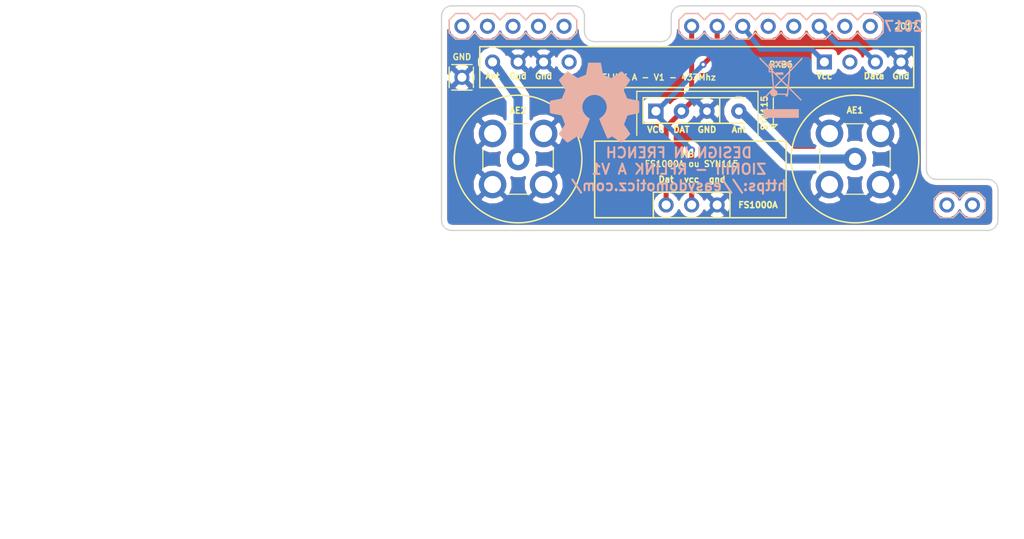
<source format=kicad_pcb>
(kicad_pcb (version 4) (host pcbnew 4.0.7)

  (general
    (links 21)
    (no_connects 0)
    (area 142.684499 46.164499 198.183501 68.643501)
    (thickness 1.6)
    (drawings 55)
    (tracks 25)
    (zones 0)
    (modules 8)
    (nets 8)
  )

  (page A4)
  (layers
    (0 Top signal)
    (31 Bottom signal)
    (34 B.Paste user)
    (35 F.Paste user)
    (36 B.SilkS user)
    (37 F.SilkS user)
    (38 B.Mask user)
    (39 F.Mask user)
    (44 Edge.Cuts user)
  )

  (setup
    (last_trace_width 0.1524)
    (user_trace_width 0.1524)
    (user_trace_width 0.2)
    (user_trace_width 0.25)
    (user_trace_width 0.3)
    (user_trace_width 0.4)
    (user_trace_width 0.5)
    (user_trace_width 0.6)
    (user_trace_width 1.2)
    (trace_clearance 0.3)
    (zone_clearance 0.508)
    (zone_45_only yes)
    (trace_min 0.1524)
    (segment_width 0.127)
    (edge_width 0.127)
    (via_size 0.6858)
    (via_drill 0.3302)
    (via_min_size 0.6858)
    (via_min_drill 0.3302)
    (uvia_size 0.762)
    (uvia_drill 0.508)
    (uvias_allowed no)
    (uvia_min_size 0)
    (uvia_min_drill 0)
    (pcb_text_width 0.127)
    (pcb_text_size 0.6 0.6)
    (mod_edge_width 0.127)
    (mod_text_size 0.6 0.6)
    (mod_text_width 0.127)
    (pad_size 1.524 1.524)
    (pad_drill 0.9)
    (pad_to_mask_clearance 0.05)
    (pad_to_paste_clearance -0.04)
    (aux_axis_origin 0 0)
    (visible_elements 7FFFFFFF)
    (pcbplotparams
      (layerselection 0x011fc_80000001)
      (usegerberextensions false)
      (excludeedgelayer true)
      (linewidth 0.127000)
      (plotframeref false)
      (viasonmask false)
      (mode 1)
      (useauxorigin false)
      (hpglpennumber 1)
      (hpglpenspeed 20)
      (hpglpendiameter 15)
      (hpglpenoverlay 2)
      (psnegative false)
      (psa4output false)
      (plotreference true)
      (plotvalue true)
      (plotinvisibletext false)
      (padsonsilk false)
      (subtractmaskfromsilk false)
      (outputformat 4)
      (mirror false)
      (drillshape 0)
      (scaleselection 1)
      (outputdirectory CAM/))
  )

  (net 0 "")
  (net 1 /ANT1)
  (net 2 /ANT2)
  (net 3 /MEGA-PIN15)
  (net 4 /MEGA-PIN16)
  (net 5 /MEGA-PIN19)
  (net 6 "/MEGA-PIN14(TX)")
  (net 7 /GND)

  (net_class Default "Dit is de standaard class."
    (clearance 0.3)
    (trace_width 0.1524)
    (via_dia 0.6858)
    (via_drill 0.3302)
    (uvia_dia 0.762)
    (uvia_drill 0.508)
    (add_net /GND)
    (add_net "/MEGA-PIN14(TX)")
    (add_net /MEGA-PIN15)
    (add_net /MEGA-PIN16)
    (add_net /MEGA-PIN19)
  )

  (net_class "RF 433" ""
    (clearance 0.7)
    (trace_width 0.9)
    (via_dia 0.6858)
    (via_drill 0.3302)
    (uvia_dia 0.762)
    (uvia_drill 0.508)
    (add_net /ANT1)
    (add_net /ANT2)
  )

  (module BRICE:Arduino_Mega_RFLINK_433 (layer Top) (tedit 59E66B2C) (tstamp 59E50445)
    (at 99.06 99.06)
    (path /59E64961)
    (fp_text reference AR1 (at 10.414 -64.897) (layer F.SilkS) hide
      (effects (font (size 1 1) (thickness 0.15)))
    )
    (fp_text value ARDUNIO_MEGA_RFLINK_SIMPLE (at 10.414 -66.802) (layer F.Fab)
      (effects (font (size 1 1) (thickness 0.15)))
    )
    (fp_line (start 44.45 -50.165) (end 45.085 -49.53) (layer B.SilkS) (width 0.15))
    (fp_line (start 45.085 -49.53) (end 46.355 -49.53) (layer B.SilkS) (width 0.15))
    (fp_line (start 46.355 -49.53) (end 46.99 -50.165) (layer B.SilkS) (width 0.15))
    (fp_line (start 46.99 -51.435) (end 46.355 -52.07) (layer B.SilkS) (width 0.15))
    (fp_line (start 46.355 -52.07) (end 45.085 -52.07) (layer B.SilkS) (width 0.15))
    (fp_line (start 45.085 -52.07) (end 44.45 -51.435) (layer B.SilkS) (width 0.15))
    (fp_line (start 97.79 -34.29) (end 92.075 -34.29) (layer F.Fab) (width 0.15))
    (fp_line (start 97.79 -34.29) (end 97.79 -31.75) (layer F.Fab) (width 0.15))
    (fp_line (start 97.79 -31.75) (end 92.075 -31.75) (layer F.Fab) (width 0.15))
    (fp_line (start 92.075 -13.97) (end 92.075 -53.34) (layer F.Fab) (width 0.15))
    (fp_line (start 49.53 -51.435) (end 48.895 -52.07) (layer B.SilkS) (width 0.15))
    (fp_line (start 48.895 -52.07) (end 47.625 -52.07) (layer B.SilkS) (width 0.15))
    (fp_line (start 47.625 -52.07) (end 46.99 -51.435) (layer B.SilkS) (width 0.15))
    (fp_line (start 44.45 -51.435) (end 44.45 -50.165) (layer B.SilkS) (width 0.15))
    (fp_line (start 46.99 -50.165) (end 47.625 -49.53) (layer B.SilkS) (width 0.15))
    (fp_line (start 47.625 -49.53) (end 48.895 -49.53) (layer B.SilkS) (width 0.15))
    (fp_line (start 48.895 -49.53) (end 49.53 -50.165) (layer B.SilkS) (width 0.15))
    (fp_line (start 57.15 -51.435) (end 57.15 -50.165) (layer B.SilkS) (width 0.15))
    (fp_line (start 49.53 -50.165) (end 50.165 -49.53) (layer B.SilkS) (width 0.15))
    (fp_line (start 50.165 -49.53) (end 51.435 -49.53) (layer B.SilkS) (width 0.15))
    (fp_line (start 51.435 -49.53) (end 52.07 -50.165) (layer B.SilkS) (width 0.15))
    (fp_line (start 52.07 -50.165) (end 52.705 -49.53) (layer B.SilkS) (width 0.15))
    (fp_line (start 52.705 -49.53) (end 53.975 -49.53) (layer B.SilkS) (width 0.15))
    (fp_line (start 53.975 -49.53) (end 54.61 -50.165) (layer B.SilkS) (width 0.15))
    (fp_line (start 54.61 -50.165) (end 55.245 -49.53) (layer B.SilkS) (width 0.15))
    (fp_line (start 55.245 -49.53) (end 56.515 -49.53) (layer B.SilkS) (width 0.15))
    (fp_line (start 56.515 -49.53) (end 57.15 -50.165) (layer B.SilkS) (width 0.15))
    (fp_line (start 49.53 -51.435) (end 50.165 -52.07) (layer B.SilkS) (width 0.15))
    (fp_line (start 50.165 -52.07) (end 51.435 -52.07) (layer B.SilkS) (width 0.15))
    (fp_line (start 51.435 -52.07) (end 52.07 -51.435) (layer B.SilkS) (width 0.15))
    (fp_line (start 52.07 -51.435) (end 52.705 -52.07) (layer B.SilkS) (width 0.15))
    (fp_line (start 52.705 -52.07) (end 53.975 -52.07) (layer B.SilkS) (width 0.15))
    (fp_line (start 53.975 -52.07) (end 54.61 -51.435) (layer B.SilkS) (width 0.15))
    (fp_line (start 54.61 -51.435) (end 55.245 -52.07) (layer B.SilkS) (width 0.15))
    (fp_line (start 55.245 -52.07) (end 56.515 -52.07) (layer B.SilkS) (width 0.15))
    (fp_line (start 56.515 -52.07) (end 57.15 -51.435) (layer B.SilkS) (width 0.15))
    (fp_line (start 87.63 -51.435) (end 86.995 -52.07) (layer B.SilkS) (width 0.15))
    (fp_line (start 86.995 -52.07) (end 85.725 -52.07) (layer B.SilkS) (width 0.15))
    (fp_line (start 85.725 -52.07) (end 85.09 -51.435) (layer B.SilkS) (width 0.15))
    (fp_line (start 85.09 -51.435) (end 84.455 -52.07) (layer B.SilkS) (width 0.15))
    (fp_line (start 84.455 -52.07) (end 83.185 -52.07) (layer B.SilkS) (width 0.15))
    (fp_line (start 83.185 -52.07) (end 82.55 -51.435) (layer B.SilkS) (width 0.15))
    (fp_line (start 82.55 -51.435) (end 81.915 -52.07) (layer B.SilkS) (width 0.15))
    (fp_line (start 81.915 -52.07) (end 80.645 -52.07) (layer B.SilkS) (width 0.15))
    (fp_line (start 80.645 -52.07) (end 80.01 -51.435) (layer B.SilkS) (width 0.15))
    (fp_line (start 80.01 -51.435) (end 79.375 -52.07) (layer B.SilkS) (width 0.15))
    (fp_line (start 79.375 -52.07) (end 78.105 -52.07) (layer B.SilkS) (width 0.15))
    (fp_line (start 78.105 -52.07) (end 77.47 -51.435) (layer B.SilkS) (width 0.15))
    (fp_line (start 77.47 -51.435) (end 76.835 -52.07) (layer B.SilkS) (width 0.15))
    (fp_line (start 76.835 -52.07) (end 75.565 -52.07) (layer B.SilkS) (width 0.15))
    (fp_line (start 75.565 -52.07) (end 74.93 -51.435) (layer B.SilkS) (width 0.15))
    (fp_line (start 74.93 -51.435) (end 74.295 -52.07) (layer B.SilkS) (width 0.15))
    (fp_line (start 74.295 -52.07) (end 73.025 -52.07) (layer B.SilkS) (width 0.15))
    (fp_line (start 73.025 -52.07) (end 72.39 -51.435) (layer B.SilkS) (width 0.15))
    (fp_line (start 72.39 -51.435) (end 71.755 -52.07) (layer B.SilkS) (width 0.15))
    (fp_line (start 71.755 -52.07) (end 70.485 -52.07) (layer B.SilkS) (width 0.15))
    (fp_line (start 70.485 -52.07) (end 69.85 -51.435) (layer B.SilkS) (width 0.15))
    (fp_line (start 69.85 -51.435) (end 69.215 -52.07) (layer B.SilkS) (width 0.15))
    (fp_line (start 69.215 -52.07) (end 67.945 -52.07) (layer B.SilkS) (width 0.15))
    (fp_line (start 67.945 -52.07) (end 67.31 -51.435) (layer B.SilkS) (width 0.15))
    (fp_line (start 67.31 -51.435) (end 67.31 -50.165) (layer B.SilkS) (width 0.15))
    (fp_line (start 67.31 -50.165) (end 67.945 -49.53) (layer B.SilkS) (width 0.15))
    (fp_line (start 67.945 -49.53) (end 69.215 -49.53) (layer B.SilkS) (width 0.15))
    (fp_line (start 69.215 -49.53) (end 69.85 -50.165) (layer B.SilkS) (width 0.15))
    (fp_line (start 69.85 -50.165) (end 70.485 -49.53) (layer B.SilkS) (width 0.15))
    (fp_line (start 70.485 -49.53) (end 71.755 -49.53) (layer B.SilkS) (width 0.15))
    (fp_line (start 71.755 -49.53) (end 72.39 -50.165) (layer B.SilkS) (width 0.15))
    (fp_line (start 72.39 -50.165) (end 73.025 -49.53) (layer B.SilkS) (width 0.15))
    (fp_line (start 73.025 -49.53) (end 74.295 -49.53) (layer B.SilkS) (width 0.15))
    (fp_line (start 74.295 -49.53) (end 74.93 -50.165) (layer B.SilkS) (width 0.15))
    (fp_line (start 74.93 -50.165) (end 75.565 -49.53) (layer B.SilkS) (width 0.15))
    (fp_line (start 75.565 -49.53) (end 76.835 -49.53) (layer B.SilkS) (width 0.15))
    (fp_line (start 76.835 -49.53) (end 77.47 -50.165) (layer B.SilkS) (width 0.15))
    (fp_line (start 77.47 -50.165) (end 78.105 -49.53) (layer B.SilkS) (width 0.15))
    (fp_line (start 78.105 -49.53) (end 79.375 -49.53) (layer B.SilkS) (width 0.15))
    (fp_line (start 79.375 -49.53) (end 80.01 -50.165) (layer B.SilkS) (width 0.15))
    (fp_line (start 80.01 -50.165) (end 80.645 -49.53) (layer B.SilkS) (width 0.15))
    (fp_line (start 80.645 -49.53) (end 81.915 -49.53) (layer B.SilkS) (width 0.15))
    (fp_line (start 81.915 -49.53) (end 82.55 -50.165) (layer B.SilkS) (width 0.15))
    (fp_line (start 82.55 -50.165) (end 83.185 -49.53) (layer B.SilkS) (width 0.15))
    (fp_line (start 83.185 -49.53) (end 84.455 -49.53) (layer B.SilkS) (width 0.15))
    (fp_line (start 84.455 -49.53) (end 85.09 -50.165) (layer B.SilkS) (width 0.15))
    (fp_line (start 85.09 -50.165) (end 85.725 -49.53) (layer B.SilkS) (width 0.15))
    (fp_line (start 85.725 -49.53) (end 86.995 -49.53) (layer B.SilkS) (width 0.15))
    (fp_line (start 86.995 -49.53) (end 87.63 -50.165) (layer B.SilkS) (width 0.15))
    (fp_line (start 87.63 -50.165) (end 87.63 -51.435) (layer B.SilkS) (width 0.15))
    (fp_text user "Arduino Mega Rev 3" (at 72.39 -11.43) (layer B.SilkS) hide
      (effects (font (size 1 1) (thickness 0.15)) (justify mirror))
    )
    (fp_text user 2017 (at 89.662 -50.8) (layer B.SilkS)
      (effects (font (size 1 1) (thickness 0.2032)) (justify mirror))
    )
    (fp_line (start 96.52 -53.34) (end 0 -53.34) (layer F.Fab) (width 0.15))
    (fp_line (start 99.06 0) (end 0 0) (layer F.Fab) (width 0.15))
    (fp_line (start 101.6 -38.1) (end 101.6 -3.81) (layer F.Fab) (width 0.15))
    (fp_line (start 99.06 -40.64) (end 101.6 -38.1) (layer F.Fab) (width 0.15))
    (fp_line (start 99.06 -40.64) (end 99.06 -50.8) (layer F.Fab) (width 0.15))
    (fp_line (start 96.52 -53.34) (end 99.06 -50.8) (layer F.Fab) (width 0.15))
    (fp_line (start 99.06 0) (end 99.06 -1.27) (layer F.Fab) (width 0.15))
    (fp_line (start 99.06 -1.27) (end 101.6 -3.81) (layer F.Fab) (width 0.15))
    (fp_line (start 0 -53.34) (end 0 0) (layer F.Fab) (width 0.15))
    (pad 7 thru_hole circle (at 45.72 -50.8) (size 1.5 1.5) (drill 0.9) (layers *.Cu *.Mask))
    (pad 3 thru_hole circle (at 55.88 -50.8) (size 1.5 1.5) (drill 0.9) (layers *.Cu *.Mask))
    (pad 4 thru_hole circle (at 53.34 -50.8) (size 1.5 1.5) (drill 0.9) (layers *.Cu *.Mask))
    (pad 5 thru_hole circle (at 50.8 -50.8) (size 1.5 1.5) (drill 0.9) (layers *.Cu *.Mask))
    (pad 6 thru_hole circle (at 48.26 -50.8) (size 1.5 1.5) (drill 0.9) (layers *.Cu *.Mask))
    (pad 35 thru_hole circle (at 96.52 -33.02) (size 1.5 1.5) (drill 0.9) (layers *.Cu *.Mask))
    (pad 34 thru_hole circle (at 93.98 -33.02) (size 1.5 1.5) (drill 0.9) (layers *.Cu *.Mask))
    (pad GND thru_hole circle (at 45.72 -45.72) (size 1.5 1.5) (drill 0.9) (layers *.Cu *.Mask)
      (net 7 /GND))
    (pad 16 thru_hole circle (at 73.66 -50.8) (size 1.5 1.5) (drill 0.9) (layers *.Cu *.Mask)
      (net 4 /MEGA-PIN16))
    (pad 17 thru_hole circle (at 76.2 -50.8) (size 1.5 1.5) (drill 0.9) (layers *.Cu *.Mask))
    (pad 20 thru_hole circle (at 83.82 -50.8) (size 1.5 1.5) (drill 0.9) (layers *.Cu *.Mask))
    (pad 15 thru_hole circle (at 71.12 -50.8) (size 1.5 1.5) (drill 0.9) (layers *.Cu *.Mask)
      (net 3 /MEGA-PIN15))
    (pad 14 thru_hole circle (at 68.58 -50.8) (size 1.5 1.5) (drill 0.9) (layers *.Cu *.Mask)
      (net 6 "/MEGA-PIN14(TX)"))
    (pad 18 thru_hole circle (at 78.74 -50.8) (size 1.5 1.5) (drill 0.9) (layers *.Cu *.Mask))
    (pad 19 thru_hole circle (at 81.28 -50.8) (size 1.5 1.5) (drill 0.9) (layers *.Cu *.Mask)
      (net 5 /MEGA-PIN19))
    (pad 21 thru_hole circle (at 86.36 -50.8) (size 1.5 1.5) (drill 0.9) (layers *.Cu *.Mask))
  )

  (module BRICE:SYN115 (layer Top) (tedit 59E6547C) (tstamp 59E530CC)
    (at 169.164 60.452)
    (path /5918B72C)
    (fp_text reference U2 (at -5.715 1.27 90) (layer F.SilkS) hide
      (effects (font (size 1 1) (thickness 0.15)))
    )
    (fp_text value SYN115 (at -3.81 -6.985 180) (layer F.Fab)
      (effects (font (size 1 1) (thickness 0.15)))
    )
    (fp_text user SYN115 (at 5.715 -3.556 90) (layer F.SilkS)
      (effects (font (size 0.6 0.6) (thickness 0.15)))
    )
    (fp_line (start 5.08 10.795) (end 4.445 10.795) (layer F.Fab) (width 0.15))
    (fp_line (start 5.08 -5.715) (end 4.445 -5.715) (layer F.Fab) (width 0.15))
    (fp_line (start 5.08 -0.635) (end 5.08 10.795) (layer F.Fab) (width 0.15))
    (fp_line (start 4.445 10.795) (end -6.985 10.795) (layer F.Fab) (width 0.15))
    (fp_line (start -6.985 -5.715) (end -6.985 10.795) (layer F.Fab) (width 0.15))
    (fp_line (start -6.985 -5.715) (end 4.445 -5.715) (layer F.Fab) (width 0.15))
    (fp_line (start 5.08 -5.715) (end 5.08 -0.635) (layer F.Fab) (width 0.15))
    (fp_line (start 2.54 -5.08) (end 3.81 -5.08) (layer F.SilkS) (width 0.15))
    (fp_line (start 1.27 -5.08) (end 1.27 -2.54) (layer F.SilkS) (width 0.15))
    (fp_line (start -6.35 -5.08) (end 2.54 -5.08) (layer F.SilkS) (width 0.15))
    (fp_line (start -6.35 -5.08) (end -6.35 -2.54) (layer F.SilkS) (width 0.15))
    (fp_line (start -6.35 -2.54) (end 3.81 -2.54) (layer F.SilkS) (width 0.15))
    (fp_text user Ant (at 3.175 -1.905) (layer F.SilkS)
      (effects (font (size 0.6 0.6) (thickness 0.15)))
    )
    (fp_text user GND (at 0 -1.905) (layer F.SilkS)
      (effects (font (size 0.6 0.6) (thickness 0.15)))
    )
    (fp_text user DAT (at -2.54 -1.905) (layer F.SilkS)
      (effects (font (size 0.6 0.6) (thickness 0.15)))
    )
    (fp_text user VCC (at -5.08 -1.905) (layer F.SilkS)
      (effects (font (size 0.6 0.6) (thickness 0.15)))
    )
    (pad 4 thru_hole circle (at 3.175 -3.7465 270) (size 1.524 1.524) (drill 0.762) (layers *.Cu *.Mask)
      (net 1 /ANT1))
    (pad 3 thru_hole circle (at 0 -3.7465 270) (size 1.524 1.524) (drill 0.762) (layers *.Cu *.Mask)
      (net 7 /GND))
    (pad 2 thru_hole circle (at -2.54 -3.7465 270) (size 1.524 1.524) (drill 0.762) (layers *.Cu *.Mask)
      (net 6 "/MEGA-PIN14(TX)"))
    (pad 1 thru_hole rect (at -5.08 -3.7465 270) (size 1.5 1.524) (drill 0.9) (layers *.Cu *.Mask)
      (net 3 /MEGA-PIN15))
  )

  (module Connectors:SMB_Straight (layer Top) (tedit 59E50B7C) (tstamp 591DFAFB)
    (at 183.896 61.468)
    (descr "SMB pcb mounting jack")
    (tags "SMB Jack  Striaght")
    (path /5918C1AA)
    (fp_text reference AE1 (at 0 -4.85) (layer F.SilkS)
      (effects (font (size 0.6 0.6) (thickness 0.15)))
    )
    (fp_text value Antenne_Shield (at 0 5.05) (layer F.Fab)
      (effects (font (size 1 1) (thickness 0.15)))
    )
    (fp_circle (center 0 0) (end 6.35 0) (layer F.SilkS) (width 0.15))
    (fp_circle (center 0 0) (end 2.5 0) (layer F.Fab) (width 0.1))
    (fp_line (start -3.45 -3.45) (end -3.45 3.45) (layer F.Fab) (width 0.1))
    (fp_line (start -3.45 3.45) (end 3.45 3.45) (layer F.Fab) (width 0.1))
    (fp_line (start 3.45 3.45) (end 3.45 -3.45) (layer F.Fab) (width 0.1))
    (fp_line (start 3.45 -3.45) (end -3.45 -3.45) (layer F.Fab) (width 0.1))
    (fp_line (start -4.25 -4.25) (end 4.25 -4.25) (layer B.CrtYd) (width 0.05))
    (fp_line (start 4.25 -4.25) (end 4.25 4.25) (layer B.CrtYd) (width 0.05))
    (fp_line (start 4.25 4.25) (end -4.25 4.25) (layer B.CrtYd) (width 0.05))
    (fp_line (start -4.25 4.25) (end -4.25 -4.25) (layer B.CrtYd) (width 0.05))
    (fp_line (start 4.25 4.25) (end -4.25 4.25) (layer F.CrtYd) (width 0.05))
    (fp_line (start -4.25 4.25) (end -4.25 -4.25) (layer F.CrtYd) (width 0.05))
    (fp_line (start 4.25 -4.25) (end 4.25 4.25) (layer F.CrtYd) (width 0.05))
    (fp_line (start -4.25 -4.25) (end 4.25 -4.25) (layer F.CrtYd) (width 0.05))
    (fp_line (start -1 -3.5052) (end 1 -3.5052) (layer F.SilkS) (width 0.12))
    (fp_line (start 3.5052 -1) (end 3.5052 1) (layer F.SilkS) (width 0.12))
    (fp_line (start 1 3.5052) (end -1 3.5052) (layer F.SilkS) (width 0.12))
    (fp_line (start -3.5052 1) (end -3.5052 -1) (layer F.SilkS) (width 0.12))
    (pad 2 thru_hole circle (at -2.54 2.54) (size 2.74 2.74) (drill 1.7) (layers *.Cu *.Mask)
      (net 7 /GND))
    (pad 2 thru_hole circle (at 2.54 2.54) (size 2.74 2.74) (drill 1.7) (layers *.Cu *.Mask)
      (net 7 /GND))
    (pad 2 thru_hole circle (at 2.54 -2.54) (size 2.74 2.74) (drill 1.7) (layers *.Cu *.Mask)
      (net 7 /GND))
    (pad 2 thru_hole circle (at -2.54 -2.54) (size 2.74 2.74) (drill 1.7) (layers *.Cu *.Mask)
      (net 7 /GND))
    (pad 1 thru_hole circle (at 0 0) (size 2.24 2.24) (drill 1.2) (layers *.Cu *.Mask)
      (net 1 /ANT1))
    (model Connectors.3dshapes/SMB_Straight.wrl
      (at (xyz 0 0 0))
      (scale (xyz 1 1 1))
      (rotate (xyz 0 0 0))
    )
  )

  (module Connectors:SMB_Straight (layer Top) (tedit 59E50B64) (tstamp 591DFB15)
    (at 150.368 61.468)
    (descr "SMB pcb mounting jack")
    (tags "SMB Jack  Striaght")
    (path /5918BFAF)
    (fp_text reference AE2 (at 0 -4.826 180) (layer F.SilkS)
      (effects (font (size 0.6 0.6) (thickness 0.15)))
    )
    (fp_text value Antenne_Shield (at 0 5.05) (layer F.Fab)
      (effects (font (size 1 1) (thickness 0.15)))
    )
    (fp_circle (center 0 0) (end -6.35 0) (layer F.SilkS) (width 0.15))
    (fp_circle (center 0 0) (end 2.5 0) (layer F.Fab) (width 0.1))
    (fp_line (start -3.45 -3.45) (end -3.45 3.45) (layer F.Fab) (width 0.1))
    (fp_line (start -3.45 3.45) (end 3.45 3.45) (layer F.Fab) (width 0.1))
    (fp_line (start 3.45 3.45) (end 3.45 -3.45) (layer F.Fab) (width 0.1))
    (fp_line (start 3.45 -3.45) (end -3.45 -3.45) (layer F.Fab) (width 0.1))
    (fp_line (start -4.25 -4.25) (end 4.25 -4.25) (layer B.CrtYd) (width 0.05))
    (fp_line (start 4.25 -4.25) (end 4.25 4.25) (layer B.CrtYd) (width 0.05))
    (fp_line (start 4.25 4.25) (end -4.25 4.25) (layer B.CrtYd) (width 0.05))
    (fp_line (start -4.25 4.25) (end -4.25 -4.25) (layer B.CrtYd) (width 0.05))
    (fp_line (start 4.25 4.25) (end -4.25 4.25) (layer F.CrtYd) (width 0.05))
    (fp_line (start -4.25 4.25) (end -4.25 -4.25) (layer F.CrtYd) (width 0.05))
    (fp_line (start 4.25 -4.25) (end 4.25 4.25) (layer F.CrtYd) (width 0.05))
    (fp_line (start -4.25 -4.25) (end 4.25 -4.25) (layer F.CrtYd) (width 0.05))
    (fp_line (start -1 -3.5052) (end 1 -3.5052) (layer F.SilkS) (width 0.12))
    (fp_line (start 3.5052 -1) (end 3.5052 1) (layer F.SilkS) (width 0.12))
    (fp_line (start 1 3.5052) (end -1 3.5052) (layer F.SilkS) (width 0.12))
    (fp_line (start -3.5052 1) (end -3.5052 -1) (layer F.SilkS) (width 0.12))
    (pad 2 thru_hole circle (at -2.54 2.54) (size 2.74 2.74) (drill 1.7) (layers *.Cu *.Mask)
      (net 7 /GND))
    (pad 2 thru_hole circle (at 2.54 2.54) (size 2.74 2.74) (drill 1.7) (layers *.Cu *.Mask)
      (net 7 /GND))
    (pad 2 thru_hole circle (at 2.54 -2.54) (size 2.74 2.74) (drill 1.7) (layers *.Cu *.Mask)
      (net 7 /GND))
    (pad 2 thru_hole circle (at -2.54 -2.54) (size 2.74 2.74) (drill 1.7) (layers *.Cu *.Mask)
      (net 7 /GND))
    (pad 1 thru_hole circle (at 0 0) (size 2.24 2.24) (drill 1.2) (layers *.Cu *.Mask)
      (net 2 /ANT2))
    (model Connectors.3dshapes/SMB_Straight.wrl
      (at (xyz 0 0 0))
      (scale (xyz 1 1 1))
      (rotate (xyz 0 0 0))
    )
  )

  (module BRICE:RF_RXB6 (layer Top) (tedit 59E512DE) (tstamp 59E52093)
    (at 168.148 51.816)
    (path /5918C0C1)
    (fp_text reference RE1 (at 0 -0.635) (layer F.SilkS) hide
      (effects (font (size 1 1) (thickness 0.15)))
    )
    (fp_text value RXB6 (at 0 -5.08) (layer F.Fab)
      (effects (font (size 1 1) (thickness 0.15)))
    )
    (fp_line (start -21.59 -1.524) (end -21.59 -1.27) (layer F.SilkS) (width 0.15))
    (fp_line (start 21.59 -1.524) (end 21.59 -1.143) (layer F.SilkS) (width 0.15))
    (fp_line (start -21.59 -1.524) (end 21.59 -1.524) (layer F.SilkS) (width 0.15))
    (fp_line (start 6.35 2.54) (end 21.59 2.54) (layer F.SilkS) (width 0.15))
    (fp_line (start 21.59 2.54) (end 21.59 1.27) (layer F.SilkS) (width 0.15))
    (fp_line (start -21.59 1.27) (end -21.59 2.54) (layer F.SilkS) (width 0.15))
    (fp_line (start 6.35 2.54) (end -21.59 2.54) (layer F.SilkS) (width 0.15))
    (fp_text user Data (at 17.653 1.397 180) (layer F.SilkS)
      (effects (font (size 0.6 0.6) (thickness 0.15)))
    )
    (fp_text user Vcc (at 12.7 1.397) (layer F.SilkS)
      (effects (font (size 0.6 0.6) (thickness 0.15)))
    )
    (fp_text user Gnd (at 20.32 1.397 180) (layer F.SilkS)
      (effects (font (size 0.6 0.6) (thickness 0.15)))
    )
    (fp_text user Gnd (at -15.24 1.397 180) (layer F.SilkS)
      (effects (font (size 0.6 0.6) (thickness 0.15)))
    )
    (fp_text user Gnd (at -17.78 1.397 180) (layer F.SilkS)
      (effects (font (size 0.6 0.6) (thickness 0.15)))
    )
    (fp_text user Ant (at -20.32 1.397 180) (layer F.SilkS)
      (effects (font (size 0.6 0.6) (thickness 0.15)))
    )
    (fp_line (start 21.59 -1.27) (end 21.59 1.27) (layer F.SilkS) (width 0.15))
    (fp_line (start -21.59 1.27) (end -21.59 -1.27) (layer F.SilkS) (width 0.15))
    (pad 8 thru_hole circle (at -20.32 0) (size 1.5 1.5) (drill 0.9) (layers *.Cu *.Mask)
      (net 2 /ANT2))
    (pad 7 thru_hole circle (at -17.78 0) (size 1.5 1.5) (drill 0.9) (layers *.Cu *.Mask)
      (net 7 /GND))
    (pad 6 thru_hole circle (at -15.24 0) (size 1.5 1.5) (drill 0.9) (layers *.Cu *.Mask)
      (net 7 /GND))
    (pad 5 thru_hole circle (at -12.7 0) (size 1.5 1.5) (drill 0.9) (layers *.Cu *.Mask))
    (pad 4 thru_hole rect (at 12.7 0) (size 1.5 1.5) (drill 0.9) (layers *.Cu *.Mask)
      (net 4 /MEGA-PIN16))
    (pad 3 thru_hole circle (at 15.24 0) (size 1.5 1.5) (drill 0.9) (layers *.Cu *.Mask))
    (pad 2 thru_hole circle (at 17.78 0) (size 1.5 1.5) (drill 0.9) (layers *.Cu *.Mask)
      (net 5 /MEGA-PIN19))
    (pad 1 thru_hole circle (at 20.32 0) (size 1.5 1.5) (drill 0.9) (layers *.Cu *.Mask)
      (net 7 /GND))
  )

  (module BRICE:FS1000A (layer Top) (tedit 59E51410) (tstamp 59E52720)
    (at 167.64 66.04)
    (path /592187AF)
    (fp_text reference U1 (at -7.874 0.508) (layer F.SilkS) hide
      (effects (font (size 0.8 0.8) (thickness 0.15)))
    )
    (fp_text value FS1000A (at 0 2.54) (layer F.Fab)
      (effects (font (size 1 1) (thickness 0.15)))
    )
    (fp_text user FS1000A (at 6.604 0) (layer F.SilkS)
      (effects (font (size 0.6 0.6) (thickness 0.15)))
    )
    (fp_line (start 8.89 -6.35) (end 9.398 -6.35) (layer F.SilkS) (width 0.15))
    (fp_line (start -8.89 -6.35) (end -9.652 -6.35) (layer F.SilkS) (width 0.15))
    (fp_line (start -8.89 1.27) (end -9.652 1.27) (layer F.SilkS) (width 0.15))
    (fp_line (start 9.398 1.27) (end 3.81 1.27) (layer F.SilkS) (width 0.15))
    (fp_line (start 9.398 -6.35) (end 9.398 1.27) (layer F.SilkS) (width 0.15))
    (fp_line (start -9.652 1.27) (end -9.652 -6.35) (layer F.SilkS) (width 0.15))
    (fp_line (start -3.81 1.27) (end -3.81 -1.27) (layer F.SilkS) (width 0.15))
    (fp_line (start -3.81 -1.27) (end 3.81 -1.27) (layer F.SilkS) (width 0.15))
    (fp_line (start 3.81 -1.27) (end 3.81 1.27) (layer F.SilkS) (width 0.15))
    (fp_line (start -8.89 -6.35) (end 8.89 -6.35) (layer F.SilkS) (width 0.15))
    (fp_line (start -3.81 1.27) (end -8.89 1.27) (layer F.SilkS) (width 0.15))
    (fp_line (start -3.81 1.27) (end 3.81 1.27) (layer F.SilkS) (width 0.15))
    (fp_text user gnd (at 2.54 -2.54) (layer F.SilkS)
      (effects (font (size 0.6 0.6) (thickness 0.15)))
    )
    (fp_text user vcc (at 0 -2.54) (layer F.SilkS)
      (effects (font (size 0.6 0.6) (thickness 0.15)))
    )
    (fp_text user Dat (at -2.54 -2.54) (layer F.SilkS)
      (effects (font (size 0.6 0.6) (thickness 0.15)))
    )
    (pad 1 thru_hole circle (at -2.54 0) (size 1.5 1.5) (drill 0.9) (layers *.Cu *.Mask)
      (net 6 "/MEGA-PIN14(TX)"))
    (pad 2 thru_hole circle (at 0 0) (size 1.5 1.5) (drill 0.9) (layers *.Cu *.Mask)
      (net 3 /MEGA-PIN15))
    (pad 3 thru_hole circle (at 2.54 0) (size 1.5 1.5) (drill 0.9) (layers *.Cu *.Mask)
      (net 7 /GND))
  )

  (module Symbols:OSHW-Symbol_8.9x8mm_SilkScreen (layer Bottom) (tedit 0) (tstamp 59E66BD0)
    (at 157.988 55.88 180)
    (descr "Open Source Hardware Symbol")
    (tags "Logo Symbol OSHW")
    (attr virtual)
    (fp_text reference REF*** (at 0 0 180) (layer B.SilkS) hide
      (effects (font (size 1 1) (thickness 0.15)) (justify mirror))
    )
    (fp_text value OSHW-Symbol_8.9x8mm_SilkScreen (at 0.75 0 180) (layer B.Fab) hide
      (effects (font (size 1 1) (thickness 0.15)) (justify mirror))
    )
    (fp_poly (pts (xy 0.746536 3.399573) (xy 0.859118 2.802382) (xy 1.274531 2.631135) (xy 1.689945 2.459888)
      (xy 2.188302 2.798767) (xy 2.327869 2.893123) (xy 2.454029 2.97737) (xy 2.560896 3.047662)
      (xy 2.642583 3.100153) (xy 2.693202 3.130996) (xy 2.706987 3.137647) (xy 2.731821 3.120542)
      (xy 2.784889 3.073256) (xy 2.860241 3.001828) (xy 2.95193 2.9123) (xy 3.054008 2.810711)
      (xy 3.160527 2.703102) (xy 3.265537 2.595513) (xy 3.363092 2.493985) (xy 3.447243 2.404559)
      (xy 3.512041 2.333274) (xy 3.551538 2.286172) (xy 3.560981 2.270408) (xy 3.547392 2.241347)
      (xy 3.509294 2.177679) (xy 3.450694 2.085633) (xy 3.375598 1.971436) (xy 3.288009 1.841316)
      (xy 3.237255 1.767099) (xy 3.144746 1.631578) (xy 3.062541 1.509284) (xy 2.994631 1.406305)
      (xy 2.945001 1.328727) (xy 2.917641 1.282639) (xy 2.91353 1.272953) (xy 2.92285 1.245426)
      (xy 2.948255 1.181272) (xy 2.985912 1.08951) (xy 3.031987 0.979161) (xy 3.082647 0.859245)
      (xy 3.13406 0.738781) (xy 3.18239 0.626791) (xy 3.223807 0.532293) (xy 3.254475 0.464308)
      (xy 3.270562 0.431857) (xy 3.271512 0.43058) (xy 3.296773 0.424383) (xy 3.364046 0.41056)
      (xy 3.466361 0.390468) (xy 3.596742 0.365466) (xy 3.748217 0.336914) (xy 3.836594 0.320449)
      (xy 3.998453 0.289631) (xy 4.14465 0.260306) (xy 4.267788 0.234079) (xy 4.36047 0.212554)
      (xy 4.415302 0.197335) (xy 4.426324 0.192507) (xy 4.437119 0.159826) (xy 4.44583 0.086015)
      (xy 4.452461 -0.020292) (xy 4.457019 -0.150467) (xy 4.45951 -0.295876) (xy 4.459939 -0.44789)
      (xy 4.458312 -0.597877) (xy 4.454636 -0.737206) (xy 4.448916 -0.857245) (xy 4.441158 -0.949365)
      (xy 4.431369 -1.004932) (xy 4.425497 -1.0165) (xy 4.3904 -1.030365) (xy 4.316029 -1.050188)
      (xy 4.212224 -1.073639) (xy 4.08882 -1.098391) (xy 4.045742 -1.106398) (xy 3.838048 -1.144441)
      (xy 3.673985 -1.175079) (xy 3.548131 -1.199529) (xy 3.455066 -1.219009) (xy 3.389368 -1.234736)
      (xy 3.345618 -1.247928) (xy 3.318393 -1.259804) (xy 3.302273 -1.27158) (xy 3.300018 -1.273908)
      (xy 3.277504 -1.3114) (xy 3.243159 -1.384365) (xy 3.200412 -1.483867) (xy 3.152693 -1.600973)
      (xy 3.103431 -1.726748) (xy 3.056056 -1.852257) (xy 3.013996 -1.968565) (xy 2.980681 -2.066739)
      (xy 2.959542 -2.137843) (xy 2.954006 -2.172942) (xy 2.954467 -2.174172) (xy 2.973224 -2.202861)
      (xy 3.015777 -2.265985) (xy 3.077654 -2.356973) (xy 3.154383 -2.469255) (xy 3.241492 -2.59626)
      (xy 3.266299 -2.632353) (xy 3.354753 -2.763203) (xy 3.432589 -2.882591) (xy 3.495567 -2.983662)
      (xy 3.539446 -3.059559) (xy 3.559986 -3.103427) (xy 3.560981 -3.108817) (xy 3.543723 -3.137144)
      (xy 3.496036 -3.193261) (xy 3.424051 -3.271137) (xy 3.333898 -3.36474) (xy 3.231706 -3.468041)
      (xy 3.123606 -3.575006) (xy 3.015729 -3.679606) (xy 2.914205 -3.775809) (xy 2.825163 -3.857584)
      (xy 2.754734 -3.9189) (xy 2.709048 -3.953726) (xy 2.69641 -3.959412) (xy 2.666992 -3.94602)
      (xy 2.606762 -3.909899) (xy 2.52553 -3.857136) (xy 2.463031 -3.814667) (xy 2.349786 -3.73674)
      (xy 2.215675 -3.644984) (xy 2.081156 -3.553375) (xy 2.008834 -3.504346) (xy 1.764039 -3.33877)
      (xy 1.558551 -3.449875) (xy 1.464937 -3.498548) (xy 1.385331 -3.536381) (xy 1.331468 -3.557958)
      (xy 1.317758 -3.560961) (xy 1.301271 -3.538793) (xy 1.268746 -3.476149) (xy 1.222609 -3.378809)
      (xy 1.165291 -3.252549) (xy 1.099217 -3.10315) (xy 1.026816 -2.936388) (xy 0.950517 -2.758042)
      (xy 0.872747 -2.573891) (xy 0.795935 -2.389712) (xy 0.722507 -2.211285) (xy 0.654893 -2.044387)
      (xy 0.595521 -1.894797) (xy 0.546817 -1.768293) (xy 0.511211 -1.670654) (xy 0.491131 -1.607657)
      (xy 0.487901 -1.586021) (xy 0.513497 -1.558424) (xy 0.569539 -1.513625) (xy 0.644312 -1.460934)
      (xy 0.650588 -1.456765) (xy 0.843846 -1.302069) (xy 0.999675 -1.121591) (xy 1.116725 -0.921102)
      (xy 1.193646 -0.706374) (xy 1.229087 -0.483177) (xy 1.221698 -0.257281) (xy 1.170128 -0.034459)
      (xy 1.073027 0.179521) (xy 1.044459 0.226336) (xy 0.895869 0.415382) (xy 0.720328 0.567188)
      (xy 0.523911 0.680966) (xy 0.312694 0.755925) (xy 0.092754 0.791278) (xy -0.129836 0.786233)
      (xy -0.348998 0.740001) (xy -0.558657 0.651794) (xy -0.752738 0.520821) (xy -0.812773 0.467663)
      (xy -0.965564 0.301261) (xy -1.076902 0.126088) (xy -1.153276 -0.070266) (xy -1.195812 -0.264717)
      (xy -1.206313 -0.483342) (xy -1.171299 -0.703052) (xy -1.094326 -0.91642) (xy -0.978952 -1.116022)
      (xy -0.828734 -1.294429) (xy -0.647226 -1.444217) (xy -0.623372 -1.460006) (xy -0.547798 -1.511712)
      (xy -0.490348 -1.556512) (xy -0.462882 -1.585117) (xy -0.462482 -1.586021) (xy -0.468379 -1.616964)
      (xy -0.491754 -1.687191) (xy -0.530178 -1.790925) (xy -0.581222 -1.92239) (xy -0.642457 -2.075807)
      (xy -0.711455 -2.245401) (xy -0.785786 -2.425393) (xy -0.863021 -2.610008) (xy -0.940731 -2.793468)
      (xy -1.016488 -2.969996) (xy -1.087862 -3.133814) (xy -1.152425 -3.279147) (xy -1.207747 -3.400217)
      (xy -1.251399 -3.491247) (xy -1.280953 -3.54646) (xy -1.292855 -3.560961) (xy -1.329222 -3.549669)
      (xy -1.397269 -3.519385) (xy -1.485263 -3.47552) (xy -1.533649 -3.449875) (xy -1.739136 -3.33877)
      (xy -1.983931 -3.504346) (xy -2.108893 -3.58917) (xy -2.245704 -3.682516) (xy -2.373911 -3.770408)
      (xy -2.438128 -3.814667) (xy -2.528448 -3.875318) (xy -2.604928 -3.923381) (xy -2.657592 -3.95277)
      (xy -2.674697 -3.958982) (xy -2.699594 -3.942223) (xy -2.754694 -3.895436) (xy -2.834656 -3.82348)
      (xy -2.934139 -3.731212) (xy -3.047799 -3.62349) (xy -3.119684 -3.554326) (xy -3.245448 -3.430757)
      (xy -3.354136 -3.320234) (xy -3.441354 -3.227485) (xy -3.50271 -3.157237) (xy -3.533808 -3.11422)
      (xy -3.536791 -3.10549) (xy -3.522946 -3.072284) (xy -3.484687 -3.005142) (xy -3.426258 -2.910863)
      (xy -3.351902 -2.796245) (xy -3.265864 -2.668083) (xy -3.241397 -2.632353) (xy -3.152245 -2.502489)
      (xy -3.072261 -2.385569) (xy -3.005919 -2.288162) (xy -2.957688 -2.216839) (xy -2.932042 -2.17817)
      (xy -2.929564 -2.174172) (xy -2.93327 -2.143355) (xy -2.952938 -2.075599) (xy -2.985139 -1.979839)
      (xy -3.026444 -1.865009) (xy -3.073424 -1.740044) (xy -3.12265 -1.613879) (xy -3.170691 -1.495448)
      (xy -3.214118 -1.393685) (xy -3.249503 -1.317526) (xy -3.273415 -1.275904) (xy -3.275115 -1.273908)
      (xy -3.289737 -1.262013) (xy -3.314434 -1.25025) (xy -3.354627 -1.237401) (xy -3.415736 -1.222249)
      (xy -3.503182 -1.203576) (xy -3.622387 -1.180165) (xy -3.778772 -1.150797) (xy -3.977756 -1.114255)
      (xy -4.020839 -1.106398) (xy -4.148529 -1.081727) (xy -4.259846 -1.057593) (xy -4.344954 -1.036324)
      (xy -4.394016 -1.020248) (xy -4.400594 -1.0165) (xy -4.411435 -0.983273) (xy -4.420246 -0.909021)
      (xy -4.427023 -0.802376) (xy -4.431759 -0.671967) (xy -4.434449 -0.526427) (xy -4.435086 -0.374386)
      (xy -4.433665 -0.224476) (xy -4.430179 -0.085328) (xy -4.424623 0.034428) (xy -4.416991 0.126159)
      (xy -4.407277 0.181234) (xy -4.401421 0.192507) (xy -4.368819 0.203877) (xy -4.294581 0.222376)
      (xy -4.186103 0.246398) (xy -4.050782 0.274338) (xy -3.896014 0.304592) (xy -3.811692 0.320449)
      (xy -3.651703 0.350356) (xy -3.509032 0.37745) (xy -3.390651 0.400369) (xy -3.303534 0.417757)
      (xy -3.254654 0.428253) (xy -3.246609 0.43058) (xy -3.233012 0.456814) (xy -3.20427 0.520005)
      (xy -3.164214 0.611123) (xy -3.116675 0.721143) (xy -3.065484 0.841035) (xy -3.014473 0.961773)
      (xy -2.967473 1.074329) (xy -2.928315 1.169674) (xy -2.90083 1.238783) (xy -2.88885 1.272626)
      (xy -2.888627 1.274105) (xy -2.902208 1.300803) (xy -2.940284 1.36224) (xy -2.998852 1.452311)
      (xy -3.073911 1.56491) (xy -3.161459 1.69393) (xy -3.212352 1.768039) (xy -3.30509 1.903923)
      (xy -3.387458 2.027291) (xy -3.455438 2.131903) (xy -3.505011 2.211517) (xy -3.532157 2.259893)
      (xy -3.536078 2.270738) (xy -3.519224 2.29598) (xy -3.472631 2.349876) (xy -3.402251 2.426387)
      (xy -3.314034 2.519477) (xy -3.213934 2.623105) (xy -3.107901 2.731236) (xy -3.001888 2.83783)
      (xy -2.901847 2.93685) (xy -2.813729 3.022258) (xy -2.743486 3.088015) (xy -2.697071 3.128084)
      (xy -2.681543 3.137647) (xy -2.65626 3.1242) (xy -2.595788 3.086425) (xy -2.506007 3.028165)
      (xy -2.392796 2.953266) (xy -2.262036 2.865575) (xy -2.1634 2.798767) (xy -1.665042 2.459888)
      (xy -1.249629 2.631135) (xy -0.834215 2.802382) (xy -0.721633 3.399573) (xy -0.60905 3.996765)
      (xy 0.633953 3.996765) (xy 0.746536 3.399573)) (layer B.SilkS) (width 0.01))
  )

  (module Symbols:WEEE-Logo_4.2x6mm_SilkScreen (layer Bottom) (tedit 0) (tstamp 59E66C96)
    (at 176.53 54.356 180)
    (descr "Waste Electrical and Electronic Equipment Directive")
    (tags "Logo WEEE")
    (attr virtual)
    (fp_text reference REF*** (at 0 0 180) (layer B.SilkS) hide
      (effects (font (size 1 1) (thickness 0.15)) (justify mirror))
    )
    (fp_text value WEEE-Logo_4.2x6mm_SilkScreen (at 0.75 0 180) (layer B.Fab) hide
      (effects (font (size 1 1) (thickness 0.15)) (justify mirror))
    )
    (fp_poly (pts (xy 1.747822 -3.017822) (xy -1.772971 -3.017822) (xy -1.772971 -2.150198) (xy 1.747822 -2.150198)
      (xy 1.747822 -3.017822)) (layer B.SilkS) (width 0.01))
    (fp_poly (pts (xy 2.12443 2.935152) (xy 2.123811 2.848069) (xy 1.672086 2.389109) (xy 1.220361 1.930148)
      (xy 1.220032 1.719529) (xy 1.219703 1.508911) (xy 0.94461 1.508911) (xy 0.937522 1.45547)
      (xy 0.934838 1.431112) (xy 0.930313 1.385241) (xy 0.924191 1.320595) (xy 0.916712 1.239909)
      (xy 0.908119 1.145919) (xy 0.898654 1.041363) (xy 0.888558 0.928975) (xy 0.878074 0.811493)
      (xy 0.867444 0.691652) (xy 0.856909 0.572189) (xy 0.846713 0.455841) (xy 0.837095 0.345343)
      (xy 0.8283 0.243431) (xy 0.820568 0.152842) (xy 0.814142 0.076313) (xy 0.809263 0.016579)
      (xy 0.806175 -0.023624) (xy 0.805117 -0.041559) (xy 0.805118 -0.041644) (xy 0.812827 -0.056035)
      (xy 0.835981 -0.085748) (xy 0.874895 -0.131131) (xy 0.929884 -0.192529) (xy 1.001264 -0.270288)
      (xy 1.089349 -0.364754) (xy 1.194454 -0.476272) (xy 1.316895 -0.605188) (xy 1.35131 -0.641287)
      (xy 1.897137 -1.213416) (xy 1.808881 -1.301436) (xy 1.737485 -1.223758) (xy 1.711366 -1.195686)
      (xy 1.670566 -1.152274) (xy 1.617777 -1.096366) (xy 1.555691 -1.030808) (xy 1.487 -0.958441)
      (xy 1.414396 -0.882112) (xy 1.37096 -0.836524) (xy 1.289416 -0.751119) (xy 1.223504 -0.68271)
      (xy 1.171544 -0.630053) (xy 1.131855 -0.591905) (xy 1.102757 -0.56702) (xy 1.082569 -0.554156)
      (xy 1.06961 -0.552068) (xy 1.0622 -0.559513) (xy 1.058658 -0.575246) (xy 1.057303 -0.598023)
      (xy 1.057121 -0.604239) (xy 1.047703 -0.647061) (xy 1.024497 -0.698819) (xy 0.992136 -0.751328)
      (xy 0.955252 -0.796403) (xy 0.940493 -0.810328) (xy 0.864767 -0.859047) (xy 0.776308 -0.886306)
      (xy 0.6981 -0.892773) (xy 0.609468 -0.880576) (xy 0.527612 -0.844813) (xy 0.455164 -0.786722)
      (xy 0.441797 -0.772262) (xy 0.392918 -0.716733) (xy -0.452674 -0.716733) (xy -0.452674 -0.892773)
      (xy -0.67901 -0.892773) (xy -0.67901 -0.810531) (xy -0.68185 -0.754386) (xy -0.691393 -0.715416)
      (xy -0.702991 -0.694219) (xy -0.711277 -0.679052) (xy -0.718373 -0.657062) (xy -0.724748 -0.624987)
      (xy -0.730872 -0.579569) (xy -0.737216 -0.517548) (xy -0.74425 -0.435662) (xy -0.749066 -0.374746)
      (xy -0.771161 -0.089343) (xy -1.313565 -0.638805) (xy -1.411637 -0.738228) (xy -1.505784 -0.833815)
      (xy -1.594285 -0.92381) (xy -1.67542 -1.006457) (xy -1.747469 -1.080001) (xy -1.808712 -1.142684)
      (xy -1.857427 -1.192752) (xy -1.891896 -1.228448) (xy -1.910379 -1.247995) (xy -1.940743 -1.278944)
      (xy -1.966071 -1.30053) (xy -1.979695 -1.307723) (xy -1.997095 -1.299297) (xy -2.02246 -1.278245)
      (xy -2.031058 -1.269671) (xy -2.067514 -1.23162) (xy -1.866802 -1.027658) (xy -1.815596 -0.975699)
      (xy -1.749569 -0.90882) (xy -1.671618 -0.82995) (xy -1.584638 -0.742014) (xy -1.491526 -0.647941)
      (xy -1.395179 -0.550658) (xy -1.298492 -0.453093) (xy -1.229134 -0.383145) (xy -1.123703 -0.27655)
      (xy -1.035129 -0.186307) (xy -0.962281 -0.111192) (xy -0.904023 -0.049986) (xy -0.859225 -0.001466)
      (xy -0.837021 0.023871) (xy -0.658724 0.023871) (xy -0.636401 -0.261555) (xy -0.629669 -0.345219)
      (xy -0.623157 -0.421727) (xy -0.617234 -0.487081) (xy -0.612268 -0.537281) (xy -0.608629 -0.568329)
      (xy -0.607458 -0.575273) (xy -0.600838 -0.603565) (xy 0.348636 -0.603565) (xy 0.354974 -0.524606)
      (xy 0.37411 -0.431315) (xy 0.414154 -0.348791) (xy 0.472582 -0.280038) (xy 0.546871 -0.228063)
      (xy 0.630252 -0.196863) (xy 0.657302 -0.182228) (xy 0.670844 -0.150819) (xy 0.671128 -0.149434)
      (xy 0.672753 -0.136174) (xy 0.670744 -0.122595) (xy 0.663142 -0.106181) (xy 0.647984 -0.084411)
      (xy 0.623312 -0.054767) (xy 0.587164 -0.014732) (xy 0.53758 0.038215) (xy 0.472599 0.106591)
      (xy 0.468401 0.110995) (xy 0.398507 0.184389) (xy 0.3242 0.262563) (xy 0.250586 0.340136)
      (xy 0.182771 0.411725) (xy 0.12586 0.471949) (xy 0.113168 0.485413) (xy 0.064513 0.53618)
      (xy 0.021291 0.579625) (xy -0.013395 0.612759) (xy -0.036444 0.632595) (xy -0.044182 0.636954)
      (xy -0.055722 0.62783) (xy -0.08271 0.6028) (xy -0.123021 0.563948) (xy -0.174529 0.513357)
      (xy -0.235109 0.453112) (xy -0.302636 0.385296) (xy -0.357826 0.329435) (xy -0.658724 0.023871)
      (xy -0.837021 0.023871) (xy -0.826751 0.035589) (xy -0.805471 0.062401) (xy -0.794251 0.080192)
      (xy -0.791754 0.08843) (xy -0.7927 0.10641) (xy -0.795573 0.147108) (xy -0.800187 0.208181)
      (xy -0.806358 0.287287) (xy -0.813898 0.382086) (xy -0.822621 0.490233) (xy -0.832343 0.609388)
      (xy -0.842876 0.737209) (xy -0.851365 0.839365) (xy -0.899396 1.415326) (xy -0.775805 1.415326)
      (xy -0.775273 1.402896) (xy -0.772769 1.36789) (xy -0.768496 1.312785) (xy -0.762653 1.240057)
      (xy -0.755443 1.152186) (xy -0.747066 1.051649) (xy -0.737723 0.940923) (xy -0.728758 0.835795)
      (xy -0.718602 0.716517) (xy -0.709142 0.60392) (xy -0.700596 0.500695) (xy -0.693179 0.409527)
      (xy -0.687108 0.333105) (xy -0.682601 0.274117) (xy -0.679873 0.235251) (xy -0.679116 0.220156)
      (xy -0.677935 0.210762) (xy -0.673256 0.207034) (xy -0.663276 0.210529) (xy -0.64619 0.222801)
      (xy -0.620196 0.245406) (xy -0.58349 0.2799) (xy -0.534267 0.327838) (xy -0.470726 0.390776)
      (xy -0.403305 0.458032) (xy -0.127601 0.733523) (xy -0.129533 0.735594) (xy 0.05271 0.735594)
      (xy 0.061016 0.72422) (xy 0.084267 0.697437) (xy 0.120135 0.657708) (xy 0.166287 0.607493)
      (xy 0.220394 0.549254) (xy 0.280126 0.485453) (xy 0.343152 0.418551) (xy 0.407142 0.35101)
      (xy 0.469764 0.28529) (xy 0.52869 0.223854) (xy 0.581588 0.169163) (xy 0.626128 0.123678)
      (xy 0.65998 0.089862) (xy 0.680812 0.070174) (xy 0.686494 0.066163) (xy 0.688366 0.079109)
      (xy 0.692254 0.114866) (xy 0.697943 0.171196) (xy 0.705219 0.24586) (xy 0.713869 0.33662)
      (xy 0.723678 0.441238) (xy 0.734434 0.557474) (xy 0.745921 0.683092) (xy 0.755093 0.784382)
      (xy 0.766826 0.915721) (xy 0.777665 1.039448) (xy 0.78743 1.153319) (xy 0.795937 1.255089)
      (xy 0.803005 1.342513) (xy 0.808451 1.413347) (xy 0.812092 1.465347) (xy 0.813747 1.496268)
      (xy 0.813558 1.504297) (xy 0.803666 1.497146) (xy 0.778476 1.474159) (xy 0.74019 1.437561)
      (xy 0.691011 1.389578) (xy 0.633139 1.332434) (xy 0.568778 1.268353) (xy 0.500129 1.199562)
      (xy 0.429395 1.128284) (xy 0.358778 1.056745) (xy 0.29048 0.98717) (xy 0.226704 0.921783)
      (xy 0.16965 0.862809) (xy 0.121522 0.812473) (xy 0.084522 0.773001) (xy 0.060852 0.746617)
      (xy 0.05271 0.735594) (xy -0.129533 0.735594) (xy -0.230409 0.843705) (xy -0.282768 0.899623)
      (xy -0.341535 0.962052) (xy -0.404385 1.028557) (xy -0.468995 1.096702) (xy -0.533042 1.164052)
      (xy -0.594203 1.228172) (xy -0.650153 1.286628) (xy -0.69857 1.336982) (xy -0.73713 1.376802)
      (xy -0.763509 1.40365) (xy -0.775384 1.415092) (xy -0.775805 1.415326) (xy -0.899396 1.415326)
      (xy -0.911401 1.559274) (xy -1.511938 2.190842) (xy -2.112475 2.822411) (xy -2.112034 2.910685)
      (xy -2.111592 2.99896) (xy -2.014583 2.895334) (xy -1.960291 2.837537) (xy -1.896192 2.769632)
      (xy -1.824016 2.693428) (xy -1.745492 2.610731) (xy -1.662349 2.523347) (xy -1.576319 2.433085)
      (xy -1.48913 2.34175) (xy -1.402513 2.251151) (xy -1.318197 2.163093) (xy -1.237912 2.079385)
      (xy -1.163387 2.001833) (xy -1.096354 1.932243) (xy -1.038541 1.872424) (xy -0.991679 1.824182)
      (xy -0.957496 1.789324) (xy -0.937724 1.769657) (xy -0.93339 1.765884) (xy -0.933092 1.779008)
      (xy -0.934731 1.812611) (xy -0.938023 1.86212) (xy -0.942682 1.922963) (xy -0.944682 1.947268)
      (xy -0.959577 2.125049) (xy -0.842955 2.125049) (xy -0.836934 2.096757) (xy -0.833863 2.074382)
      (xy -0.829548 2.032283) (xy -0.824488 1.975822) (xy -0.819181 1.910365) (xy -0.817344 1.886138)
      (xy -0.811927 1.816579) (xy -0.806459 1.751982) (xy -0.801488 1.698452) (xy -0.797561 1.66209)
      (xy -0.796675 1.655491) (xy -0.793334 1.641944) (xy -0.786101 1.626086) (xy -0.77344 1.606139)
      (xy -0.753811 1.580327) (xy -0.725678 1.546871) (xy -0.687502 1.503993) (xy -0.637746 1.449917)
      (xy -0.574871 1.382864) (xy -0.497341 1.301057) (xy -0.418251 1.21805) (xy -0.339564 1.135906)
      (xy -0.266112 1.059831) (xy -0.199724 0.991675) (xy -0.142227 0.933288) (xy -0.095451 0.886519)
      (xy -0.061224 0.853218) (xy -0.041373 0.835233) (xy -0.03714 0.832558) (xy -0.026003 0.842259)
      (xy 0.000029 0.867559) (xy 0.03843 0.905918) (xy 0.086672 0.9548) (xy 0.14223 1.011666)
      (xy 0.182408 1.053094) (xy 0.392169 1.27) (xy -0.226337 1.27) (xy -0.226337 1.508911)
      (xy 0.528119 1.508911) (xy 0.528119 1.402458) (xy 0.666435 1.540346) (xy 0.764553 1.63816)
      (xy 0.955643 1.63816) (xy 0.957471 1.62273) (xy 0.966723 1.614133) (xy 0.98905 1.610387)
      (xy 1.030105 1.609511) (xy 1.037376 1.609505) (xy 1.119109 1.609505) (xy 1.119109 1.828828)
      (xy 1.037376 1.747821) (xy 0.99127 1.698572) (xy 0.963694 1.660841) (xy 0.955643 1.63816)
      (xy 0.764553 1.63816) (xy 0.804752 1.678234) (xy 0.804752 1.801048) (xy 0.805137 1.85755)
      (xy 0.8069 1.893495) (xy 0.81095 1.91347) (xy 0.818199 1.922063) (xy 0.82913 1.923861)
      (xy 0.841288 1.926502) (xy 0.850273 1.937088) (xy 0.857174 1.959619) (xy 0.863076 1.998091)
      (xy 0.869065 2.056502) (xy 0.870987 2.077896) (xy 0.875148 2.125049) (xy -0.842955 2.125049)
      (xy -0.959577 2.125049) (xy -1.119109 2.125049) (xy -1.119109 2.238218) (xy -1.051314 2.238218)
      (xy -1.011662 2.239304) (xy -0.990116 2.244546) (xy -0.98748 2.247666) (xy -0.848616 2.247666)
      (xy -0.841308 2.240538) (xy -0.815993 2.238338) (xy -0.798908 2.238218) (xy -0.741881 2.238218)
      (xy -0.529221 2.238218) (xy 0.885302 2.238218) (xy 0.837458 2.287214) (xy 0.76315 2.347676)
      (xy 0.671184 2.394309) (xy 0.560002 2.427751) (xy 0.449529 2.446247) (xy 0.377227 2.454878)
      (xy 0.377227 2.36396) (xy -0.201188 2.36396) (xy -0.201188 2.467107) (xy -0.286065 2.458504)
      (xy -0.345368 2.451244) (xy -0.408551 2.441621) (xy -0.446386 2.434748) (xy -0.521832 2.419593)
      (xy -0.525526 2.328905) (xy -0.529221 2.238218) (xy -0.741881 2.238218) (xy -0.741881 2.288515)
      (xy -0.743544 2.320024) (xy -0.747697 2.337537) (xy -0.749371 2.338812) (xy -0.767987 2.330746)
      (xy -0.795183 2.31118) (xy -0.822448 2.287056) (xy -0.841267 2.265318) (xy -0.842943 2.262492)
      (xy -0.848616 2.247666) (xy -0.98748 2.247666) (xy -0.979662 2.256919) (xy -0.975442 2.270396)
      (xy -0.958219 2.305373) (xy -0.925138 2.347421) (xy -0.881893 2.390644) (xy -0.834174 2.429146)
      (xy -0.80283 2.449199) (xy -0.767123 2.471149) (xy -0.748819 2.489589) (xy -0.742388 2.511332)
      (xy -0.741894 2.524282) (xy -0.741894 2.527425) (xy -0.100594 2.527425) (xy -0.100594 2.464554)
      (xy 0.276633 2.464554) (xy 0.276633 2.527425) (xy -0.100594 2.527425) (xy -0.741894 2.527425)
      (xy -0.741881 2.565148) (xy -0.636048 2.565148) (xy -0.587355 2.563971) (xy -0.549405 2.560835)
      (xy -0.528308 2.556329) (xy -0.526023 2.554505) (xy -0.512641 2.551705) (xy -0.480074 2.552852)
      (xy -0.433916 2.557607) (xy -0.402376 2.561997) (xy -0.345188 2.570622) (xy -0.292886 2.578409)
      (xy -0.253582 2.584153) (xy -0.242055 2.585785) (xy -0.211937 2.595112) (xy -0.201188 2.609728)
      (xy -0.19792 2.61568) (xy -0.18623 2.620222) (xy -0.163288 2.62353) (xy -0.126265 2.625785)
      (xy -0.072332 2.627166) (xy 0.00134 2.62785) (xy 0.08802 2.62802) (xy 0.180529 2.627923)
      (xy 0.250906 2.62747) (xy 0.302164 2.62641) (xy 0.33732 2.624497) (xy 0.359389 2.621481)
      (xy 0.371385 2.617115) (xy 0.376324 2.611151) (xy 0.377227 2.604216) (xy 0.384921 2.582205)
      (xy 0.410121 2.569679) (xy 0.456009 2.565212) (xy 0.464264 2.565148) (xy 0.541973 2.557132)
      (xy 0.630233 2.535064) (xy 0.721085 2.501916) (xy 0.80657 2.460661) (xy 0.878726 2.414269)
      (xy 0.888072 2.406918) (xy 0.918533 2.383002) (xy 0.936572 2.373424) (xy 0.949169 2.37652)
      (xy 0.9621 2.389296) (xy 1.000293 2.414322) (xy 1.049998 2.423929) (xy 1.103524 2.418933)
      (xy 1.153178 2.400149) (xy 1.191267 2.368394) (xy 1.194025 2.364703) (xy 1.222526 2.305425)
      (xy 1.227828 2.244066) (xy 1.210518 2.185573) (xy 1.17118 2.134896) (xy 1.16637 2.130711)
      (xy 1.13844 2.110833) (xy 1.110102 2.102079) (xy 1.070263 2.101447) (xy 1.060311 2.102008)
      (xy 1.021332 2.103438) (xy 1.001254 2.100161) (xy 0.993985 2.090272) (xy 0.99324 2.081039)
      (xy 0.991716 2.054256) (xy 0.987935 2.013975) (xy 0.985218 1.989876) (xy 0.981277 1.951599)
      (xy 0.982916 1.932004) (xy 0.992421 1.924842) (xy 1.009351 1.923861) (xy 1.019392 1.927099)
      (xy 1.03559 1.93758) (xy 1.059145 1.956452) (xy 1.091257 1.984865) (xy 1.133128 2.023965)
      (xy 1.185957 2.074903) (xy 1.250945 2.138827) (xy 1.329291 2.216886) (xy 1.422197 2.310228)
      (xy 1.530863 2.420002) (xy 1.583231 2.473048) (xy 2.125049 3.022233) (xy 2.12443 2.935152)) (layer B.SilkS) (width 0.01))
  )

  (gr_line (start 196.215 64.77) (end 196.85 65.405) (angle 90) (layer B.SilkS) (width 0.127))
  (gr_line (start 194.945 64.77) (end 196.215 64.77) (angle 90) (layer B.SilkS) (width 0.127))
  (gr_line (start 194.31 65.405) (end 194.945 64.77) (angle 90) (layer B.SilkS) (width 0.127))
  (gr_line (start 193.675 64.77) (end 194.31 65.405) (angle 90) (layer B.SilkS) (width 0.127))
  (gr_line (start 192.405 64.77) (end 193.675 64.77) (angle 90) (layer B.SilkS) (width 0.127))
  (gr_line (start 191.77 65.405) (end 192.405 64.77) (angle 90) (layer B.SilkS) (width 0.127))
  (gr_line (start 191.77 66.675) (end 191.77 65.405) (angle 90) (layer B.SilkS) (width 0.127))
  (gr_line (start 192.405 67.31) (end 191.77 66.675) (angle 90) (layer B.SilkS) (width 0.127))
  (gr_line (start 193.675 67.31) (end 192.405 67.31) (angle 90) (layer B.SilkS) (width 0.127))
  (gr_line (start 194.31 66.675) (end 193.675 67.31) (angle 90) (layer B.SilkS) (width 0.127))
  (gr_line (start 194.945 67.31) (end 194.31 66.675) (angle 90) (layer B.SilkS) (width 0.127))
  (gr_line (start 196.215 67.31) (end 194.945 67.31) (angle 90) (layer B.SilkS) (width 0.127))
  (gr_line (start 196.85 66.675) (end 196.215 67.31) (angle 90) (layer B.SilkS) (width 0.127))
  (gr_line (start 196.85 65.405) (end 196.85 66.675) (angle 90) (layer B.SilkS) (width 0.127))
  (gr_line (start 142.748 67.564) (end 142.748 47.244) (angle 90) (layer Edge.Cuts) (width 0.127))
  (gr_arc (start 143.764 67.564) (end 143.764 68.58) (angle 90) (layer Edge.Cuts) (width 0.127))
  (gr_line (start 144.78 46.228) (end 143.764 46.228) (angle 90) (layer Edge.Cuts) (width 0.127))
  (gr_line (start 162.179 54.737) (end 162.179 59.1185) (angle 90) (layer F.SilkS) (width 0.127))
  (gr_line (start 174.244 54.737) (end 174.244 59.182) (angle 90) (layer F.SilkS) (width 0.127))
  (gr_line (start 162.179 54.737) (end 174.244 54.737) (angle 90) (layer F.SilkS) (width 0.127))
  (gr_line (start 176.149 58.039) (end 175.641 58.039) (angle 90) (layer F.SilkS) (width 0.127))
  (gr_line (start 175.387 58.039) (end 176.149 58.039) (angle 90) (layer F.SilkS) (width 0.127))
  (gr_line (start 175.768 58.42) (end 175.387 58.039) (angle 90) (layer F.SilkS) (width 0.127))
  (gr_line (start 175.768 58.42) (end 176.149 58.039) (angle 90) (layer F.SilkS) (width 0.127))
  (gr_line (start 175.768 55.372) (end 175.768 58.42) (angle 90) (layer F.SilkS) (width 0.127))
  (gr_line (start 145.288 68.58) (end 143.764 68.58) (angle 90) (layer Edge.Cuts) (width 0.127))
  (gr_line (start 146.304 46.228) (end 144.78 46.228) (angle 90) (layer Edge.Cuts) (width 0.127))
  (gr_text GND (at 144.78 51.308) (layer F.SilkS)
    (effects (font (size 0.6 0.6) (thickness 0.127)))
  )
  (gr_line (start 143.51 54.356) (end 143.51 52.324) (angle 90) (layer F.SilkS) (width 0.127))
  (gr_line (start 145.796 54.61) (end 143.764 54.61) (angle 90) (layer F.SilkS) (width 0.127))
  (gr_line (start 145.923 52.324) (end 145.923 54.356) (angle 90) (layer F.SilkS) (width 0.127))
  (gr_line (start 143.764 52.07) (end 145.796 52.07) (angle 90) (layer F.SilkS) (width 0.127))
  (gr_text "RFLINK A - V1 - 433Mhz" (at 164.084 53.34) (layer F.SilkS)
    (effects (font (size 0.6 0.6) (thickness 0.127)))
  )
  (gr_text 2017 (at 188.976 48.26) (layer F.SilkS)
    (effects (font (size 0.6 0.6) (thickness 0.127)))
  )
  (gr_line (start 155.956 46.228) (end 146.304 46.228) (angle 90) (layer Edge.Cuts) (width 0.127))
  (gr_line (start 156.972 48.768) (end 156.972 47.244) (angle 90) (layer Edge.Cuts) (width 0.127))
  (gr_line (start 164.592 49.784) (end 157.988 49.784) (angle 90) (layer Edge.Cuts) (width 0.127))
  (gr_line (start 165.608 47.244) (end 165.608 48.768) (angle 90) (layer Edge.Cuts) (width 0.127))
  (gr_line (start 197.104 68.58) (end 145.288 68.58) (angle 90) (layer Edge.Cuts) (width 0.127))
  (gr_line (start 198.12 64.516) (end 198.12 67.564) (angle 90) (layer Edge.Cuts) (width 0.127))
  (gr_line (start 191.008 62.484) (end 191.008 47.244) (angle 90) (layer Edge.Cuts) (width 0.127))
  (gr_line (start 197.104 63.5) (end 192.024 63.5) (angle 90) (layer Edge.Cuts) (width 0.127))
  (gr_arc (start 192.024 62.484) (end 192.024 63.5) (angle 90) (layer Edge.Cuts) (width 0.127))
  (gr_line (start 189.992 46.228) (end 166.624 46.228) (angle 90) (layer Edge.Cuts) (width 0.127))
  (gr_arc (start 166.624 47.244) (end 165.608 47.244) (angle 90) (layer Edge.Cuts) (width 0.127))
  (gr_arc (start 164.592 48.768) (end 165.608 48.768) (angle 90) (layer Edge.Cuts) (width 0.127))
  (gr_arc (start 157.988 48.768) (end 157.988 49.784) (angle 90) (layer Edge.Cuts) (width 0.127))
  (gr_arc (start 155.956 47.244) (end 155.956 46.228) (angle 90) (layer Edge.Cuts) (width 0.127))
  (gr_arc (start 143.764 47.244) (end 142.748 47.244) (angle 90) (layer Edge.Cuts) (width 0.127))
  (gr_arc (start 197.104 67.564) (end 198.12 67.564) (angle 90) (layer Edge.Cuts) (width 0.127))
  (gr_arc (start 197.104 64.516) (end 197.104 63.5) (angle 90) (layer Edge.Cuts) (width 0.127))
  (gr_arc (start 189.992 47.244) (end 189.992 46.228) (angle 90) (layer Edge.Cuts) (width 0.127))
  (gr_text "NB: \nFS1000A ou SYN115" (at 167.64 61.468) (layer F.SilkS)
    (effects (font (size 0.6 0.6) (thickness 0.127)))
  )
  (gr_text RXB6 (at 176.53 52.07) (layer F.SilkS)
    (effects (font (size 0.6 0.6) (thickness 0.127)))
  )
  (gr_text "DESIGN IN FRENCH\nZIONIII - RFLINK A V1\nhttps://easydomoticz.com/" (at 166.37 62.484) (layer B.SilkS)
    (effects (font (size 1.016 1.016) (thickness 0.2032)) (justify mirror))
  )

  (segment (start 172.466 56.642) (end 177.292 61.468) (width 0.9) (layer Bottom) (net 1) (status C0000))
  (segment (start 177.292 61.468) (end 183.896 61.468) (width 0.9) (layer Bottom) (net 1) (status C0000))
  (segment (start 147.828 51.816) (end 150.368 55.372) (width 0.9) (layer Bottom) (net 2) (status C0000))
  (segment (start 150.368 55.372) (end 150.368 61.468) (width 0.9) (layer Bottom) (net 2) (status C0000))
  (segment (start 164.084 56.7055) (end 164.084 56.769) (width 0.5) (layer Bottom) (net 3) (status 80000))
  (segment (start 164.084 56.769) (end 168.783 52.07) (width 0.5) (layer Bottom) (net 3) (status 80000))
  (via (at 168.783 52.07) (size 0.6858) (layers Top Bottom) (net 3) (status 80000))
  (segment (start 168.783 52.07) (end 170.18 50.673) (width 0.5) (layer Top) (net 3) (status 80000))
  (segment (start 170.18 50.673) (end 170.18 48.26) (width 0.5) (layer Top) (net 3) (status 80000))
  (segment (start 164.084 56.7055) (end 164.084 57.023) (width 0.5) (layer Bottom) (net 3) (status 80000))
  (segment (start 164.084 57.023) (end 167.64 60.579) (width 0.5) (layer Bottom) (net 3) (status 80000))
  (via (at 167.64 60.579) (size 0.6858) (layers Top Bottom) (net 3) (status 80000))
  (segment (start 167.64 60.579) (end 167.64 66.04) (width 0.5) (layer Top) (net 3) (status 80000))
  (segment (start 172.72 48.26) (end 174.498 50.546) (width 0.5) (layer Bottom) (net 4))
  (segment (start 179.578 50.546) (end 180.848 51.816) (width 0.5) (layer Bottom) (net 4) (tstamp 59E7B02F))
  (segment (start 174.498 50.546) (end 179.578 50.546) (width 0.5) (layer Bottom) (net 4) (tstamp 59E7B02E))
  (segment (start 180.34 48.26) (end 182.118 50.038) (width 0.5) (layer Bottom) (net 5))
  (segment (start 184.15 50.038) (end 185.928 51.816) (width 0.5) (layer Bottom) (net 5) (tstamp 59E7B034))
  (segment (start 182.118 50.038) (end 184.15 50.038) (width 0.5) (layer Bottom) (net 5) (tstamp 59E7B033))
  (segment (start 166.624 56.7055) (end 166.624 56.769) (width 0.5) (layer Top) (net 6) (status 80000))
  (segment (start 166.624 56.769) (end 165.1 58.293) (width 0.5) (layer Top) (net 6) (status 80000))
  (segment (start 165.1 58.293) (end 165.1 66.04) (width 0.5) (layer Top) (net 6) (status 80000))
  (segment (start 166.624 56.7055) (end 166.624 56.769) (width 0.5) (layer Top) (net 6) (status 80000))
  (segment (start 166.624 56.769) (end 167.64 55.753) (width 0.5) (layer Top) (net 6) (status 80000))
  (segment (start 167.64 55.753) (end 167.64 48.26) (width 0.5) (layer Top) (net 6) (status 80000))

  (zone (net 7) (net_name /GND) (layer Bottom) (tstamp 59E532E3) (hatch edge 0.508)
    (connect_pads (clearance 0.508))
    (min_thickness 0.254)
    (fill yes (mode segment) (arc_segments 16) (thermal_gap 0.508) (thermal_bridge_width 0.508))
    (polygon
      (pts
        (xy 156.972 49.784) (xy 165.608 49.784) (xy 165.608 46.228) (xy 191.008 46.228) (xy 191.008 63.5)
        (xy 198.12 63.5) (xy 198.12 68.58) (xy 142.748 68.58) (xy 142.748 46.228) (xy 156.972 46.228)
      )
    )
    (filled_polygon
      (pts
        (xy 190.108265 46.963311) (xy 190.20683 47.02917) (xy 190.272689 47.127735) (xy 190.3095 47.312798) (xy 190.3095 62.484)
        (xy 190.322921 62.551473) (xy 190.322921 62.62027) (xy 190.400259 63.009076) (xy 190.486301 63.216799) (xy 190.504557 63.260873)
        (xy 190.724799 63.590487) (xy 190.917513 63.783201) (xy 191.247127 64.003443) (xy 191.247129 64.003444) (xy 191.498924 64.107741)
        (xy 191.88773 64.185079) (xy 191.956527 64.185079) (xy 192.024 64.1985) (xy 197.035202 64.1985) (xy 197.220265 64.235311)
        (xy 197.31883 64.30117) (xy 197.384689 64.399735) (xy 197.4215 64.584798) (xy 197.4215 67.495202) (xy 197.384689 67.680265)
        (xy 197.31883 67.77883) (xy 197.220265 67.844689) (xy 197.035202 67.8815) (xy 143.832798 67.8815) (xy 143.647735 67.844689)
        (xy 143.54917 67.77883) (xy 143.483311 67.680265) (xy 143.4465 67.495202) (xy 143.4465 66.314285) (xy 163.71476 66.314285)
        (xy 163.925169 66.823515) (xy 164.314436 67.213461) (xy 164.823298 67.424759) (xy 165.374285 67.42524) (xy 165.883515 67.214831)
        (xy 166.273461 66.825564) (xy 166.369976 66.59313) (xy 166.465169 66.823515) (xy 166.854436 67.213461) (xy 167.363298 67.424759)
        (xy 167.914285 67.42524) (xy 168.423515 67.214831) (xy 168.627183 67.011517) (xy 169.388088 67.011517) (xy 169.456077 67.25246)
        (xy 169.975171 67.437201) (xy 170.525448 67.40923) (xy 170.903923 67.25246) (xy 170.971912 67.011517) (xy 170.18 66.219605)
        (xy 169.388088 67.011517) (xy 168.627183 67.011517) (xy 168.813461 66.825564) (xy 168.903377 66.609021) (xy 168.96754 66.763923)
        (xy 169.208483 66.831912) (xy 170.000395 66.04) (xy 170.359605 66.04) (xy 171.151517 66.831912) (xy 171.39246 66.763923)
        (xy 171.552482 66.314285) (xy 191.65476 66.314285) (xy 191.865169 66.823515) (xy 192.254436 67.213461) (xy 192.763298 67.424759)
        (xy 193.314285 67.42524) (xy 193.823515 67.214831) (xy 194.213461 66.825564) (xy 194.309976 66.59313) (xy 194.405169 66.823515)
        (xy 194.794436 67.213461) (xy 195.303298 67.424759) (xy 195.854285 67.42524) (xy 196.363515 67.214831) (xy 196.753461 66.825564)
        (xy 196.964759 66.316702) (xy 196.96524 65.765715) (xy 196.754831 65.256485) (xy 196.365564 64.866539) (xy 195.856702 64.655241)
        (xy 195.305715 64.65476) (xy 194.796485 64.865169) (xy 194.406539 65.254436) (xy 194.310024 65.48687) (xy 194.214831 65.256485)
        (xy 193.825564 64.866539) (xy 193.316702 64.655241) (xy 192.765715 64.65476) (xy 192.256485 64.865169) (xy 191.866539 65.254436)
        (xy 191.655241 65.763298) (xy 191.65476 66.314285) (xy 171.552482 66.314285) (xy 171.577201 66.244829) (xy 171.54923 65.694552)
        (xy 171.43884 65.428046) (xy 180.115559 65.428046) (xy 180.259469 65.733312) (xy 181.003186 66.021605) (xy 181.800615 66.003344)
        (xy 182.452531 65.733312) (xy 182.596441 65.428046) (xy 185.195559 65.428046) (xy 185.339469 65.733312) (xy 186.083186 66.021605)
        (xy 186.880615 66.003344) (xy 187.532531 65.733312) (xy 187.676441 65.428046) (xy 186.436 64.187605) (xy 185.195559 65.428046)
        (xy 182.596441 65.428046) (xy 181.356 64.187605) (xy 180.115559 65.428046) (xy 171.43884 65.428046) (xy 171.39246 65.316077)
        (xy 171.151517 65.248088) (xy 170.359605 66.04) (xy 170.000395 66.04) (xy 169.208483 65.248088) (xy 168.96754 65.316077)
        (xy 168.908268 65.482621) (xy 168.814831 65.256485) (xy 168.627157 65.068483) (xy 169.388088 65.068483) (xy 170.18 65.860395)
        (xy 170.971912 65.068483) (xy 170.903923 64.82754) (xy 170.384829 64.642799) (xy 169.834552 64.67077) (xy 169.456077 64.82754)
        (xy 169.388088 65.068483) (xy 168.627157 65.068483) (xy 168.425564 64.866539) (xy 167.916702 64.655241) (xy 167.365715 64.65476)
        (xy 166.856485 64.865169) (xy 166.466539 65.254436) (xy 166.370024 65.48687) (xy 166.274831 65.256485) (xy 165.885564 64.866539)
        (xy 165.376702 64.655241) (xy 164.825715 64.65476) (xy 164.316485 64.865169) (xy 163.926539 65.254436) (xy 163.715241 65.763298)
        (xy 163.71476 66.314285) (xy 143.4465 66.314285) (xy 143.4465 65.428046) (xy 146.587559 65.428046) (xy 146.731469 65.733312)
        (xy 147.475186 66.021605) (xy 148.272615 66.003344) (xy 148.924531 65.733312) (xy 149.068441 65.428046) (xy 151.667559 65.428046)
        (xy 151.811469 65.733312) (xy 152.555186 66.021605) (xy 153.352615 66.003344) (xy 154.004531 65.733312) (xy 154.148441 65.428046)
        (xy 152.908 64.187605) (xy 151.667559 65.428046) (xy 149.068441 65.428046) (xy 147.828 64.187605) (xy 146.587559 65.428046)
        (xy 143.4465 65.428046) (xy 143.4465 63.655186) (xy 145.814395 63.655186) (xy 145.832656 64.452615) (xy 146.102688 65.104531)
        (xy 146.407954 65.248441) (xy 147.648395 64.008) (xy 146.407954 62.767559) (xy 146.102688 62.911469) (xy 145.814395 63.655186)
        (xy 143.4465 63.655186) (xy 143.4465 58.575186) (xy 145.814395 58.575186) (xy 145.832656 59.372615) (xy 146.102688 60.024531)
        (xy 146.407954 60.168441) (xy 147.648395 58.928) (xy 146.407954 57.687559) (xy 146.102688 57.831469) (xy 145.814395 58.575186)
        (xy 143.4465 58.575186) (xy 143.4465 54.311517) (xy 143.988088 54.311517) (xy 144.056077 54.55246) (xy 144.575171 54.737201)
        (xy 145.125448 54.70923) (xy 145.503923 54.55246) (xy 145.571912 54.311517) (xy 144.78 53.519605) (xy 143.988088 54.311517)
        (xy 143.4465 54.311517) (xy 143.4465 53.771708) (xy 143.56754 54.063923) (xy 143.808483 54.131912) (xy 144.600395 53.34)
        (xy 144.959605 53.34) (xy 145.751517 54.131912) (xy 145.99246 54.063923) (xy 146.177201 53.544829) (xy 146.14923 52.994552)
        (xy 145.99246 52.616077) (xy 145.751517 52.548088) (xy 144.959605 53.34) (xy 144.600395 53.34) (xy 143.808483 52.548088)
        (xy 143.56754 52.616077) (xy 143.4465 52.956181) (xy 143.4465 52.368483) (xy 143.988088 52.368483) (xy 144.78 53.160395)
        (xy 145.571912 52.368483) (xy 145.50414 52.128308) (xy 146.250727 52.128308) (xy 146.490305 52.708132) (xy 146.933535 53.152136)
        (xy 147.330942 53.317154) (xy 149.091 55.781234) (xy 149.091 57.485392) (xy 149.06844 57.507952) (xy 148.924531 57.202688)
        (xy 148.180814 56.914395) (xy 147.383385 56.932656) (xy 146.731469 57.202688) (xy 146.587559 57.507954) (xy 147.828 58.748395)
        (xy 147.842143 58.734253) (xy 148.021748 58.913858) (xy 148.007605 58.928) (xy 148.021748 58.942143) (xy 147.842143 59.121748)
        (xy 147.828 59.107605) (xy 146.587559 60.348046) (xy 146.731469 60.653312) (xy 147.475186 60.941605) (xy 148.272615 60.923344)
        (xy 148.530302 60.816607) (xy 148.421339 61.079019) (xy 148.420663 61.853583) (xy 148.535684 62.131956) (xy 148.180814 61.994395)
        (xy 147.383385 62.012656) (xy 146.731469 62.282688) (xy 146.587559 62.587954) (xy 147.828 63.828395) (xy 147.842143 63.814253)
        (xy 148.021748 63.993858) (xy 148.007605 64.008) (xy 149.248046 65.248441) (xy 149.553312 65.104531) (xy 149.841605 64.360814)
        (xy 149.823344 63.563385) (xy 149.716607 63.305698) (xy 149.979019 63.414661) (xy 150.753583 63.415337) (xy 151.031956 63.300316)
        (xy 150.894395 63.655186) (xy 150.912656 64.452615) (xy 151.182688 65.104531) (xy 151.487954 65.248441) (xy 152.728395 64.008)
        (xy 153.087605 64.008) (xy 154.328046 65.248441) (xy 154.633312 65.104531) (xy 154.921605 64.360814) (xy 154.903344 63.563385)
        (xy 154.633312 62.911469) (xy 154.328046 62.767559) (xy 153.087605 64.008) (xy 152.728395 64.008) (xy 152.714253 63.993858)
        (xy 152.893858 63.814253) (xy 152.908 63.828395) (xy 154.148441 62.587954) (xy 154.004531 62.282688) (xy 153.260814 61.994395)
        (xy 152.463385 62.012656) (xy 152.205698 62.119393) (xy 152.314661 61.856981) (xy 152.315337 61.082417) (xy 152.200316 60.804044)
        (xy 152.555186 60.941605) (xy 153.352615 60.923344) (xy 154.004531 60.653312) (xy 154.148441 60.348046) (xy 152.908 59.107605)
        (xy 152.893858 59.121748) (xy 152.714253 58.942143) (xy 152.728395 58.928) (xy 153.087605 58.928) (xy 154.328046 60.168441)
        (xy 154.633312 60.024531) (xy 154.921605 59.280814) (xy 154.903344 58.483385) (xy 154.633312 57.831469) (xy 154.328046 57.687559)
        (xy 153.087605 58.928) (xy 152.728395 58.928) (xy 152.714253 58.913858) (xy 152.893858 58.734253) (xy 152.908 58.748395)
        (xy 154.148441 57.507954) (xy 154.004531 57.202688) (xy 153.260814 56.914395) (xy 152.463385 56.932656) (xy 151.811469 57.202688)
        (xy 151.66756 57.507952) (xy 151.645 57.485392) (xy 151.645 55.9555) (xy 162.67456 55.9555) (xy 162.67456 57.4555)
        (xy 162.718838 57.690817) (xy 162.85791 57.906941) (xy 163.07011 58.051931) (xy 163.322 58.10294) (xy 163.91236 58.10294)
        (xy 166.718154 60.908733) (xy 166.810493 61.132212) (xy 167.085341 61.40754) (xy 167.44463 61.55673) (xy 167.833663 61.557069)
        (xy 168.193212 61.408507) (xy 168.46854 61.133659) (xy 168.61773 60.77437) (xy 168.618069 60.385337) (xy 168.469507 60.025788)
        (xy 168.194659 59.75046) (xy 167.969577 59.656998) (xy 166.414898 58.102318) (xy 166.900661 58.102742) (xy 167.414303 57.89051)
        (xy 167.619457 57.685713) (xy 168.363392 57.685713) (xy 168.432857 57.927897) (xy 168.956302 58.114644) (xy 169.511368 58.086862)
        (xy 169.895143 57.927897) (xy 169.964608 57.685713) (xy 169.164 56.885105) (xy 168.363392 57.685713) (xy 167.619457 57.685713)
        (xy 167.807629 57.49787) (xy 167.887395 57.305773) (xy 167.941603 57.436643) (xy 168.183787 57.506108) (xy 168.984395 56.7055)
        (xy 169.343605 56.7055) (xy 170.144213 57.506108) (xy 170.386397 57.436643) (xy 170.534974 57.020185) (xy 170.749725 57.020185)
        (xy 170.991126 57.60442) (xy 171.437729 58.051803) (xy 172.021542 58.294223) (xy 172.312527 58.294477) (xy 176.389025 62.370976)
        (xy 176.558178 62.484) (xy 176.803313 62.647794) (xy 177.292 62.745) (xy 179.913392 62.745) (xy 179.935952 62.76756)
        (xy 179.630688 62.911469) (xy 179.342395 63.655186) (xy 179.360656 64.452615) (xy 179.630688 65.104531) (xy 179.935954 65.248441)
        (xy 181.176395 64.008) (xy 181.162253 63.993858) (xy 181.341858 63.814253) (xy 181.356 63.828395) (xy 181.370143 63.814253)
        (xy 181.549748 63.993858) (xy 181.535605 64.008) (xy 182.776046 65.248441) (xy 183.081312 65.104531) (xy 183.369605 64.360814)
        (xy 183.351344 63.563385) (xy 183.244607 63.305698) (xy 183.507019 63.414661) (xy 184.281583 63.415337) (xy 184.559956 63.300316)
        (xy 184.422395 63.655186) (xy 184.440656 64.452615) (xy 184.710688 65.104531) (xy 185.015954 65.248441) (xy 186.256395 64.008)
        (xy 186.615605 64.008) (xy 187.856046 65.248441) (xy 188.161312 65.104531) (xy 188.449605 64.360814) (xy 188.431344 63.563385)
        (xy 188.161312 62.911469) (xy 187.856046 62.767559) (xy 186.615605 64.008) (xy 186.256395 64.008) (xy 186.242253 63.993858)
        (xy 186.421858 63.814253) (xy 186.436 63.828395) (xy 187.676441 62.587954) (xy 187.532531 62.282688) (xy 186.788814 61.994395)
        (xy 185.991385 62.012656) (xy 185.733698 62.119393) (xy 185.842661 61.856981) (xy 185.843337 61.082417) (xy 185.728316 60.804044)
        (xy 186.083186 60.941605) (xy 186.880615 60.923344) (xy 187.532531 60.653312) (xy 187.676441 60.348046) (xy 186.436 59.107605)
        (xy 186.421858 59.121748) (xy 186.242253 58.942143) (xy 186.256395 58.928) (xy 186.615605 58.928) (xy 187.856046 60.168441)
        (xy 188.161312 60.024531) (xy 188.449605 59.280814) (xy 188.431344 58.483385) (xy 188.161312 57.831469) (xy 187.856046 57.687559)
        (xy 186.615605 58.928) (xy 186.256395 58.928) (xy 185.015954 57.687559) (xy 184.710688 57.831469) (xy 184.422395 58.575186)
        (xy 184.440656 59.372615) (xy 184.547393 59.630302) (xy 184.284981 59.521339) (xy 183.510417 59.520663) (xy 183.232044 59.635684)
        (xy 183.369605 59.280814) (xy 183.351344 58.483385) (xy 183.081312 57.831469) (xy 182.776046 57.687559) (xy 181.535605 58.928)
        (xy 181.549748 58.942143) (xy 181.370143 59.121748) (xy 181.356 59.107605) (xy 181.341858 59.121748) (xy 181.162253 58.942143)
        (xy 181.176395 58.928) (xy 179.935954 57.687559) (xy 179.630688 57.831469) (xy 179.342395 58.575186) (xy 179.360656 59.372615)
        (xy 179.630688 60.024531) (xy 179.935952 60.16844) (xy 179.913392 60.191) (xy 177.820951 60.191) (xy 175.137905 57.507954)
        (xy 180.115559 57.507954) (xy 181.356 58.748395) (xy 182.596441 57.507954) (xy 185.195559 57.507954) (xy 186.436 58.748395)
        (xy 187.676441 57.507954) (xy 187.532531 57.202688) (xy 186.788814 56.914395) (xy 185.991385 56.932656) (xy 185.339469 57.202688)
        (xy 185.195559 57.507954) (xy 182.596441 57.507954) (xy 182.452531 57.202688) (xy 181.708814 56.914395) (xy 180.911385 56.932656)
        (xy 180.259469 57.202688) (xy 180.115559 57.507954) (xy 175.137905 57.507954) (xy 173.86315 56.233199) (xy 173.686874 55.80658)
        (xy 173.240271 55.359197) (xy 172.656458 55.116777) (xy 172.024315 55.116225) (xy 171.44008 55.357626) (xy 170.992697 55.804229)
        (xy 170.750277 56.388042) (xy 170.749725 57.020185) (xy 170.534974 57.020185) (xy 170.573144 56.913198) (xy 170.545362 56.358132)
        (xy 170.386397 55.974357) (xy 170.144213 55.904892) (xy 169.343605 56.7055) (xy 168.984395 56.7055) (xy 168.183787 55.904892)
        (xy 167.941603 55.974357) (xy 167.891491 56.114818) (xy 167.80901 55.915197) (xy 167.619432 55.725287) (xy 168.363392 55.725287)
        (xy 169.164 56.525895) (xy 169.964608 55.725287) (xy 169.895143 55.483103) (xy 169.371698 55.296356) (xy 168.816632 55.324138)
        (xy 168.432857 55.483103) (xy 168.363392 55.725287) (xy 167.619432 55.725287) (xy 167.41637 55.521871) (xy 166.9031 55.308743)
        (xy 166.79593 55.308649) (xy 169.112733 52.991846) (xy 169.336212 52.899507) (xy 169.61154 52.624659) (xy 169.76073 52.26537)
        (xy 169.761069 51.876337) (xy 169.612507 51.516788) (xy 169.337659 51.24146) (xy 168.97837 51.09227) (xy 168.589337 51.091931)
        (xy 168.229788 51.240493) (xy 167.95446 51.515341) (xy 167.860997 51.740423) (xy 164.29336 55.30806) (xy 163.322 55.30806)
        (xy 163.086683 55.352338) (xy 162.870559 55.49141) (xy 162.725569 55.70361) (xy 162.67456 55.9555) (xy 151.645 55.9555)
        (xy 151.645 55.372) (xy 151.616619 55.229319) (xy 151.612081 55.083919) (xy 151.568476 54.987289) (xy 151.547794 54.883313)
        (xy 151.466974 54.762358) (xy 151.407138 54.629759) (xy 150.387178 53.201815) (xy 150.713448 53.18523) (xy 151.091923 53.02846)
        (xy 151.159912 52.787517) (xy 152.116088 52.787517) (xy 152.184077 53.02846) (xy 152.703171 53.213201) (xy 153.253448 53.18523)
        (xy 153.631923 53.02846) (xy 153.699912 52.787517) (xy 152.908 51.995605) (xy 152.116088 52.787517) (xy 151.159912 52.787517)
        (xy 150.368 51.995605) (xy 150.353858 52.009748) (xy 150.174253 51.830143) (xy 150.188395 51.816) (xy 150.547605 51.816)
        (xy 151.339517 52.607912) (xy 151.58046 52.539923) (xy 151.633642 52.390489) (xy 151.69554 52.539923) (xy 151.936483 52.607912)
        (xy 152.728395 51.816) (xy 153.087605 51.816) (xy 153.879517 52.607912) (xy 154.12046 52.539923) (xy 154.179732 52.373379)
        (xy 154.273169 52.599515) (xy 154.662436 52.989461) (xy 155.171298 53.200759) (xy 155.722285 53.20124) (xy 156.231515 52.990831)
        (xy 156.621461 52.601564) (xy 156.832759 52.092702) (xy 156.83324 51.541715) (xy 156.622831 51.032485) (xy 156.233564 50.642539)
        (xy 155.724702 50.431241) (xy 155.173715 50.43076) (xy 154.664485 50.641169) (xy 154.274539 51.030436) (xy 154.184623 51.246979)
        (xy 154.12046 51.092077) (xy 153.879517 51.024088) (xy 153.087605 51.816) (xy 152.728395 51.816) (xy 151.936483 51.024088)
        (xy 151.69554 51.092077) (xy 151.642358 51.241511) (xy 151.58046 51.092077) (xy 151.339517 51.024088) (xy 150.547605 51.816)
        (xy 150.188395 51.816) (xy 149.396483 51.024088) (xy 149.22688 51.071946) (xy 149.165695 50.923868) (xy 149.086449 50.844483)
        (xy 149.576088 50.844483) (xy 150.368 51.636395) (xy 151.159912 50.844483) (xy 152.116088 50.844483) (xy 152.908 51.636395)
        (xy 153.699912 50.844483) (xy 153.631923 50.60354) (xy 153.112829 50.418799) (xy 152.562552 50.44677) (xy 152.184077 50.60354)
        (xy 152.116088 50.844483) (xy 151.159912 50.844483) (xy 151.091923 50.60354) (xy 150.572829 50.418799) (xy 150.022552 50.44677)
        (xy 149.644077 50.60354) (xy 149.576088 50.844483) (xy 149.086449 50.844483) (xy 148.722465 50.479864) (xy 148.143061 50.239275)
        (xy 147.515692 50.238727) (xy 146.935868 50.478305) (xy 146.491864 50.921535) (xy 146.251275 51.500939) (xy 146.250727 52.128308)
        (xy 145.50414 52.128308) (xy 145.503923 52.12754) (xy 144.984829 51.942799) (xy 144.434552 51.97077) (xy 144.056077 52.12754)
        (xy 143.988088 52.368483) (xy 143.4465 52.368483) (xy 143.4465 48.659506) (xy 143.605169 49.043515) (xy 143.994436 49.433461)
        (xy 144.503298 49.644759) (xy 145.054285 49.64524) (xy 145.563515 49.434831) (xy 145.953461 49.045564) (xy 146.049976 48.81313)
        (xy 146.145169 49.043515) (xy 146.534436 49.433461) (xy 147.043298 49.644759) (xy 147.594285 49.64524) (xy 148.103515 49.434831)
        (xy 148.493461 49.045564) (xy 148.589976 48.81313) (xy 148.685169 49.043515) (xy 149.074436 49.433461) (xy 149.583298 49.644759)
        (xy 150.134285 49.64524) (xy 150.643515 49.434831) (xy 151.033461 49.045564) (xy 151.129976 48.81313) (xy 151.225169 49.043515)
        (xy 151.614436 49.433461) (xy 152.123298 49.644759) (xy 152.674285 49.64524) (xy 153.183515 49.434831) (xy 153.573461 49.045564)
        (xy 153.669976 48.81313) (xy 153.765169 49.043515) (xy 154.154436 49.433461) (xy 154.663298 49.644759) (xy 155.214285 49.64524)
        (xy 155.723515 49.434831) (xy 156.113461 49.045564) (xy 156.2735 48.660147) (xy 156.2735 48.768) (xy 156.286921 48.835473)
        (xy 156.286921 48.90427) (xy 156.364259 49.293076) (xy 156.422976 49.434831) (xy 156.468557 49.544873) (xy 156.688799 49.874487)
        (xy 156.881513 50.067201) (xy 157.211127 50.287443) (xy 157.211129 50.287444) (xy 157.462924 50.391741) (xy 157.85173 50.469079)
        (xy 157.920527 50.469079) (xy 157.988 50.4825) (xy 164.592 50.4825) (xy 164.659473 50.469079) (xy 164.72827 50.469079)
        (xy 165.117076 50.391741) (xy 165.368871 50.287444) (xy 165.368873 50.287443) (xy 165.698487 50.067201) (xy 165.891201 49.874487)
        (xy 166.111443 49.544873) (xy 166.157024 49.434831) (xy 166.215741 49.293076) (xy 166.293079 48.90427) (xy 166.293079 48.835473)
        (xy 166.3065 48.768) (xy 166.3065 48.659506) (xy 166.465169 49.043515) (xy 166.854436 49.433461) (xy 167.363298 49.644759)
        (xy 167.914285 49.64524) (xy 168.423515 49.434831) (xy 168.813461 49.045564) (xy 168.909976 48.81313) (xy 169.005169 49.043515)
        (xy 169.394436 49.433461) (xy 169.903298 49.644759) (xy 170.454285 49.64524) (xy 170.963515 49.434831) (xy 171.353461 49.045564)
        (xy 171.449976 48.81313) (xy 171.545169 49.043515) (xy 171.934436 49.433461) (xy 172.443298 49.644759) (xy 172.67602 49.644962)
        (xy 173.799424 51.089338) (xy 173.84138 51.125649) (xy 173.87221 51.17179) (xy 173.97084 51.237692) (xy 174.060526 51.315312)
        (xy 174.113187 51.332805) (xy 174.159325 51.363633) (xy 174.275655 51.386773) (xy 174.388229 51.424167) (xy 174.443579 51.420175)
        (xy 174.498 51.431) (xy 179.21142 51.431) (xy 179.45056 51.67014) (xy 179.45056 52.566) (xy 179.494838 52.801317)
        (xy 179.63391 53.017441) (xy 179.84611 53.162431) (xy 180.098 53.21344) (xy 181.598 53.21344) (xy 181.833317 53.169162)
        (xy 182.049441 53.03009) (xy 182.194431 52.81789) (xy 182.234355 52.620738) (xy 182.602436 52.989461) (xy 183.111298 53.200759)
        (xy 183.662285 53.20124) (xy 184.171515 52.990831) (xy 184.561461 52.601564) (xy 184.657976 52.36913) (xy 184.753169 52.599515)
        (xy 185.142436 52.989461) (xy 185.651298 53.200759) (xy 186.202285 53.20124) (xy 186.711515 52.990831) (xy 186.915183 52.787517)
        (xy 187.676088 52.787517) (xy 187.744077 53.02846) (xy 188.263171 53.213201) (xy 188.813448 53.18523) (xy 189.191923 53.02846)
        (xy 189.259912 52.787517) (xy 188.468 51.995605) (xy 187.676088 52.787517) (xy 186.915183 52.787517) (xy 187.101461 52.601564)
        (xy 187.191377 52.385021) (xy 187.25554 52.539923) (xy 187.496483 52.607912) (xy 188.288395 51.816) (xy 188.647605 51.816)
        (xy 189.439517 52.607912) (xy 189.68046 52.539923) (xy 189.865201 52.020829) (xy 189.83723 51.470552) (xy 189.68046 51.092077)
        (xy 189.439517 51.024088) (xy 188.647605 51.816) (xy 188.288395 51.816) (xy 187.496483 51.024088) (xy 187.25554 51.092077)
        (xy 187.196268 51.258621) (xy 187.102831 51.032485) (xy 186.915157 50.844483) (xy 187.676088 50.844483) (xy 188.468 51.636395)
        (xy 189.259912 50.844483) (xy 189.191923 50.60354) (xy 188.672829 50.418799) (xy 188.122552 50.44677) (xy 187.744077 50.60354)
        (xy 187.676088 50.844483) (xy 186.915157 50.844483) (xy 186.713564 50.642539) (xy 186.204702 50.431241) (xy 185.794462 50.430883)
        (xy 184.912505 49.548926) (xy 185.143298 49.644759) (xy 185.694285 49.64524) (xy 186.203515 49.434831) (xy 186.593461 49.045564)
        (xy 186.804759 48.536702) (xy 186.80524 47.985715) (xy 186.594831 47.476485) (xy 186.205564 47.086539) (xy 185.820147 46.9265)
        (xy 189.923202 46.9265)
      )
    )
    (fill_segments
      (pts (xy 185.820147 46.9265) (xy 189.923202 46.9265))
      (pts (xy 186.24865 47.1297) (xy 190.273079 47.1297))
      (pts (xy 186.451497 47.3329) (xy 190.3095 47.3329))
      (pts (xy 186.619464 47.5361) (xy 190.3095 47.5361))
      (pts (xy 186.703424 47.7393) (xy 190.3095 47.7393))
      (pts (xy 186.787384 47.9425) (xy 190.3095 47.9425))
      (pts (xy 186.8051 48.1457) (xy 190.3095 48.1457))
      (pts (xy 186.804922 48.3489) (xy 190.3095 48.3489))
      (pts (xy 186.798365 48.5521) (xy 190.3095 48.5521))
      (pts (xy 143.4465 48.7553) (xy 143.486081 48.7553))
      (pts (xy 156.233989 48.7553) (xy 156.2735 48.7553))
      (pts (xy 166.3065 48.7553) (xy 166.346081 48.7553))
      (pts (xy 186.713989 48.7553) (xy 190.3095 48.7553))
      (pts (xy 143.4465 48.9585) (xy 143.570041 48.9585))
      (pts (xy 145.989613 48.9585) (xy 146.110041 48.9585))
      (pts (xy 148.529613 48.9585) (xy 148.650041 48.9585))
      (pts (xy 151.069613 48.9585) (xy 151.190041 48.9585))
      (pts (xy 153.609613 48.9585) (xy 153.730041 48.9585))
      (pts (xy 156.149613 48.9585) (xy 156.297707 48.9585))
      (pts (xy 166.282292 48.9585) (xy 166.430041 48.9585))
      (pts (xy 168.849613 48.9585) (xy 168.970041 48.9585))
      (pts (xy 171.389613 48.9585) (xy 171.510041 48.9585))
      (pts (xy 186.629613 48.9585) (xy 190.3095 48.9585))
      (pts (xy 143.4465 49.1617) (xy 143.723148 49.1617))
      (pts (xy 145.837122 49.1617) (xy 146.263148 49.1617))
      (pts (xy 148.377122 49.1617) (xy 148.803148 49.1617))
      (pts (xy 150.917122 49.1617) (xy 151.343148 49.1617))
      (pts (xy 153.457122 49.1617) (xy 153.883148 49.1617))
      (pts (xy 155.997122 49.1617) (xy 156.338126 49.1617))
      (pts (xy 166.241873 49.1617) (xy 166.583148 49.1617))
      (pts (xy 168.697122 49.1617) (xy 169.123148 49.1617))
      (pts (xy 171.237122 49.1617) (xy 171.663148 49.1617))
      (pts (xy 186.477122 49.1617) (xy 190.3095 49.1617))
      (pts (xy 143.4465 49.3649) (xy 143.925994 49.3649))
      (pts (xy 145.633567 49.3649) (xy 146.465994 49.3649))
      (pts (xy 148.173567 49.3649) (xy 149.005994 49.3649))
      (pts (xy 150.713567 49.3649) (xy 151.545994 49.3649))
      (pts (xy 153.253567 49.3649) (xy 154.085994 49.3649))
      (pts (xy 155.793567 49.3649) (xy 156.394009 49.3649))
      (pts (xy 166.18599 49.3649) (xy 166.785994 49.3649))
      (pts (xy 168.493567 49.3649) (xy 169.325994 49.3649))
      (pts (xy 171.033567 49.3649) (xy 171.865994 49.3649))
      (pts (xy 186.273567 49.3649) (xy 190.3095 49.3649))
      (pts (xy 143.4465 49.5681) (xy 144.318682 49.5681))
      (pts (xy 145.240978 49.5681) (xy 146.858682 49.5681))
      (pts (xy 147.780978 49.5681) (xy 149.398682 49.5681))
      (pts (xy 150.320978 49.5681) (xy 151.938682 49.5681))
      (pts (xy 152.860978 49.5681) (xy 154.478682 49.5681))
      (pts (xy 155.400978 49.5681) (xy 156.484076 49.5681))
      (pts (xy 166.095923 49.5681) (xy 167.178682 49.5681))
      (pts (xy 168.100978 49.5681) (xy 169.718682 49.5681))
      (pts (xy 170.640978 49.5681) (xy 172.258682 49.5681))
      (pts (xy 184.931679 49.5681) (xy 184.958681 49.5681))
      (pts (xy 185.880978 49.5681) (xy 190.3095 49.5681))
      (pts (xy 143.4465 49.7713) (xy 156.619851 49.7713))
      (pts (xy 165.960148 49.7713) (xy 172.774282 49.7713))
      (pts (xy 185.134879 49.7713) (xy 190.3095 49.7713))
      (pts (xy 143.4465 49.9745) (xy 156.788812 49.9745))
      (pts (xy 165.791188 49.9745) (xy 172.932327 49.9745))
      (pts (xy 185.338079 49.9745) (xy 190.3095 49.9745))
      (pts (xy 143.4465 50.1777) (xy 157.046885 50.1777))
      (pts (xy 165.533114 50.1777) (xy 173.090371 50.1777))
      (pts (xy 185.541279 50.1777) (xy 190.3095 50.1777))
      (pts (xy 143.4465 50.3809) (xy 147.171607 50.3809))
      (pts (xy 148.484133 50.3809) (xy 157.436751 50.3809))
      (pts (xy 165.143248 50.3809) (xy 173.248416 50.3809))
      (pts (xy 185.744479 50.3809) (xy 190.3095 50.3809))
      (pts (xy 143.4465 50.5841) (xy 146.829889 50.5841))
      (pts (xy 148.82652 50.5841) (xy 149.69101 50.5841))
      (pts (xy 151.0373 50.5841) (xy 152.23101 50.5841))
      (pts (xy 153.5773 50.5841) (xy 154.802603 50.5841))
      (pts (xy 156.092828 50.5841) (xy 173.40646 50.5841))
      (pts (xy 186.572828 50.5841) (xy 187.79101 50.5841))
      (pts (xy 189.1373 50.5841) (xy 190.3095 50.5841))
      (pts (xy 143.4465 50.7873) (xy 146.626334 50.7873))
      (pts (xy 149.029366 50.7873) (xy 149.592224 50.7873))
      (pts (xy 151.143777 50.7873) (xy 152.132224 50.7873))
      (pts (xy 153.683777 50.7873) (xy 154.5181 50.7873))
      (pts (xy 156.378073 50.7873) (xy 173.564505 50.7873))
      (pts (xy 186.858074 50.7873) (xy 187.692224 50.7873))
      (pts (xy 189.243777 50.7873) (xy 190.3095 50.7873))
      (pts (xy 143.4465 50.9905) (xy 146.463228 50.9905))
      (pts (xy 149.193227 50.9905) (xy 149.722105 50.9905))
      (pts (xy 151.013895 50.9905) (xy 152.262105 50.9905))
      (pts (xy 153.553895 50.9905) (xy 154.314545 50.9905))
      (pts (xy 156.58092 50.9905) (xy 173.722549 50.9905))
      (pts (xy 187.06092 50.9905) (xy 187.822105 50.9905))
      (pts (xy 189.113895 50.9905) (xy 190.3095 50.9905))
      (pts (xy 143.4465 51.1937) (xy 146.378852 51.1937))
      (pts (xy 149.566095 51.1937) (xy 149.925305 51.1937))
      (pts (xy 150.810695 51.1937) (xy 151.169905 51.1937))
      (pts (xy 151.622554 51.1937) (xy 151.659374 51.1937))
      (pts (xy 152.106095 51.1937) (xy 152.465305 51.1937))
      (pts (xy 153.350695 51.1937) (xy 153.709905 51.1937))
      (pts (xy 154.162554 51.1937) (xy 154.206747 51.1937))
      (pts (xy 156.689444 51.1937) (xy 168.343037 51.1937))
      (pts (xy 169.222641 51.1937) (xy 173.905 51.1937))
      (pts (xy 187.169444 51.1937) (xy 187.219373 51.1937))
      (pts (xy 187.666095 51.1937) (xy 188.025305 51.1937))
      (pts (xy 188.910695 51.1937) (xy 189.269905 51.1937))
      (pts (xy 189.722554 51.1937) (xy 190.3095 51.1937))
      (pts (xy 143.4465 51.3969) (xy 146.294476 51.3969))
      (pts (xy 149.769295 51.3969) (xy 150.128505 51.3969))
      (pts (xy 150.607495 51.3969) (xy 150.966705 51.3969))
      (pts (xy 152.309295 51.3969) (xy 152.668505 51.3969))
      (pts (xy 153.147495 51.3969) (xy 153.506705 51.3969))
      (pts (xy 156.773404 51.3969) (xy 168.073108 51.3969))
      (pts (xy 169.492829 51.3969) (xy 174.306142 51.3969))
      (pts (xy 187.869295 51.3969) (xy 188.228505 51.3969))
      (pts (xy 188.707495 51.3969) (xy 189.066705 51.3969))
      (pts (xy 189.806723 51.3969) (xy 190.3095 51.3969))
      (pts (xy 143.4465 51.6001) (xy 146.251189 51.6001))
      (pts (xy 149.972495 51.6001) (xy 150.331705 51.6001))
      (pts (xy 150.404295 51.6001) (xy 150.763505 51.6001))
      (pts (xy 152.512495 51.6001) (xy 152.871705 51.6001))
      (pts (xy 152.944295 51.6001) (xy 153.303505 51.6001))
      (pts (xy 156.833189 51.6001) (xy 167.919265 51.6001))
      (pts (xy 169.646931 51.6001) (xy 179.38052 51.6001))
      (pts (xy 188.072495 51.6001) (xy 188.431705 51.6001))
      (pts (xy 188.504295 51.6001) (xy 188.863505 51.6001))
      (pts (xy 189.843816 51.6001) (xy 190.3095 51.6001))
      (pts (xy 143.4465 51.8033) (xy 146.251011 51.8033))
      (pts (xy 150.175695 51.8033) (xy 150.560305 51.8033))
      (pts (xy 152.715695 51.8033) (xy 153.100305 51.8033))
      (pts (xy 156.833011 51.8033) (xy 167.79812 51.8033))
      (pts (xy 169.730891 51.8033) (xy 179.45056 51.8033))
      (pts (xy 188.275695 51.8033) (xy 188.660305 51.8033))
      (pts (xy 189.854144 51.8033) (xy 190.3095 51.8033))
      (pts (xy 143.4465 52.0065) (xy 144.348293 52.0065))
      (pts (xy 145.16382 52.0065) (xy 146.250834 52.0065))
      (pts (xy 150.35061 52.0065) (xy 150.357106 52.0065))
      (pts (xy 150.378895 52.0065) (xy 150.738105 52.0065))
      (pts (xy 152.537895 52.0065) (xy 152.897105 52.0065))
      (pts (xy 152.918895 52.0065) (xy 153.278105 52.0065))
      (pts (xy 156.832834 52.0065) (xy 167.59492 52.0065))
      (pts (xy 169.760955 52.0065) (xy 179.45056 52.0065))
      (pts (xy 188.097895 52.0065) (xy 188.457105 52.0065))
      (pts (xy 188.478895 52.0065) (xy 188.838105 52.0065))
      (pts (xy 189.864473 52.0065) (xy 190.3095 52.0065))
      (pts (xy 143.4465 52.2097) (xy 144.032894 52.2097))
      (pts (xy 145.527107 52.2097) (xy 146.284357 52.2097))
      (pts (xy 150.582095 52.2097) (xy 150.941305 52.2097))
      (pts (xy 152.334695 52.2097) (xy 152.693905 52.2097))
      (pts (xy 153.122095 52.2097) (xy 153.481305 52.2097))
      (pts (xy 156.784177 52.2097) (xy 167.39172 52.2097))
      (pts (xy 169.760778 52.2097) (xy 179.45056 52.2097))
      (pts (xy 187.894695 52.2097) (xy 188.253905 52.2097))
      (pts (xy 188.682095 52.2097) (xy 189.041305 52.2097))
      (pts (xy 189.797983 52.2097) (xy 190.3095 52.2097))
      (pts (xy 143.4465 52.4129) (xy 144.032505 52.4129))
      (pts (xy 145.527495 52.4129) (xy 146.368317 52.4129))
      (pts (xy 150.785295 52.4129) (xy 151.144505 52.4129))
      (pts (xy 151.625666 52.4129) (xy 151.642925 52.4129))
      (pts (xy 152.131495 52.4129) (xy 152.490705 52.4129))
      (pts (xy 153.325295 52.4129) (xy 153.684505 52.4129))
      (pts (xy 154.165666 52.4129) (xy 154.196061 52.4129))
      (pts (xy 156.699801 52.4129) (xy 167.18852 52.4129))
      (pts (xy 169.69947 52.4129) (xy 179.45056 52.4129))
      (pts (xy 184.639801 52.4129) (xy 184.676061 52.4129))
      (pts (xy 187.1798 52.4129) (xy 187.202924 52.4129))
      (pts (xy 187.691495 52.4129) (xy 188.050705 52.4129))
      (pts (xy 188.885295 52.4129) (xy 189.244505 52.4129))
      (pts (xy 189.725666 52.4129) (xy 190.3095 52.4129))
      (pts (xy 143.4465 52.6161) (xy 143.567532 52.6161))
      (pts (xy 143.876495 52.6161) (xy 144.235705 52.6161))
      (pts (xy 145.324295 52.6161) (xy 145.683505 52.6161))
      (pts (xy 145.99247 52.6161) (xy 146.452278 52.6161))
      (pts (xy 150.988495 52.6161) (xy 152.287505 52.6161))
      (pts (xy 153.528495 52.6161) (xy 154.289725 52.6161))
      (pts (xy 156.606899 52.6161) (xy 166.98532 52.6161))
      (pts (xy 169.615094 52.6161) (xy 179.459986 52.6161))
      (pts (xy 184.546899 52.6161) (xy 184.769725 52.6161))
      (pts (xy 187.086899 52.6161) (xy 187.847505 52.6161))
      (pts (xy 189.088495 52.6161) (xy 190.3095 52.6161))
      (pts (xy 143.4465 52.8193) (xy 143.495215 52.8193))
      (pts (xy 144.079695 52.8193) (xy 144.438905 52.8193))
      (pts (xy 145.121095 52.8193) (xy 145.480305 52.8193))
      (pts (xy 146.076639 52.8193) (xy 146.601279 52.8193))
      (pts (xy 151.150943 52.8193) (xy 152.125056 52.8193))
      (pts (xy 153.690943 52.8193) (xy 154.492571 52.8193))
      (pts (xy 156.403345 52.8193) (xy 166.78212 52.8193))
      (pts (xy 169.416559 52.8193) (xy 179.506409 52.8193))
      (pts (xy 182.193467 52.8193) (xy 182.432571 52.8193))
      (pts (xy 184.343345 52.8193) (xy 184.972571 52.8193))
      (pts (xy 186.883344 52.8193) (xy 187.685056 52.8193))
      (pts (xy 189.250943 52.8193) (xy 190.3095 52.8193))
      (pts (xy 144.282895 53.0225) (xy 144.642105 53.0225))
      (pts (xy 144.917895 53.0225) (xy 145.277105 53.0225))
      (pts (xy 146.150651 53.0225) (xy 146.804124 53.0225))
      (pts (xy 151.093604 53.0225) (xy 152.182395 53.0225))
      (pts (xy 153.633604 53.0225) (xy 154.742002 53.0225))
      (pts (xy 156.154869 53.0225) (xy 166.57892 53.0225))
      (pts (xy 169.082079 53.0225) (xy 179.641314 53.0225))
      (pts (xy 182.054627 53.0225) (xy 182.682002 53.0225))
      (pts (xy 184.094869 53.0225) (xy 185.222002 53.0225))
      (pts (xy 186.634869 53.0225) (xy 187.742395 53.0225))
      (pts (xy 189.193604 53.0225) (xy 190.3095 53.0225))
      (pts (xy 144.486095 53.2257) (xy 145.073905 53.2257))
      (pts (xy 146.16098 53.2257) (xy 147.110696 53.2257))
      (pts (xy 150.404239 53.2257) (xy 166.37572 53.2257))
      (pts (xy 168.878879 53.2257) (xy 190.3095 53.2257))
      (pts (xy 144.511495 53.4289) (xy 145.048505 53.4289))
      (pts (xy 146.171309 53.4289) (xy 147.41076 53.4289))
      (pts (xy 150.549382 53.4289) (xy 166.17252 53.4289))
      (pts (xy 168.675679 53.4289) (xy 190.3095 53.4289))
      (pts (xy 144.308295 53.6321) (xy 144.667505 53.6321))
      (pts (xy 144.892495 53.6321) (xy 145.251705 53.6321))
      (pts (xy 146.146142 53.6321) (xy 147.555903 53.6321))
      (pts (xy 150.694525 53.6321) (xy 165.96932 53.6321))
      (pts (xy 168.472479 53.6321) (xy 190.3095 53.6321))
      (pts (xy 143.4465 53.8353) (xy 143.47284 53.8353))
      (pts (xy 144.105095 53.8353) (xy 144.464305 53.8353))
      (pts (xy 145.095695 53.8353) (xy 145.454905 53.8353))
      (pts (xy 146.073824 53.8353) (xy 147.701046 53.8353))
      (pts (xy 150.839668 53.8353) (xy 165.76612 53.8353))
      (pts (xy 168.269279 53.8353) (xy 190.3095 53.8353))
      (pts (xy 143.4465 54.0385) (xy 143.557009 54.0385))
      (pts (xy 143.901895 54.0385) (xy 144.261105 54.0385))
      (pts (xy 145.298895 54.0385) (xy 145.658105 54.0385))
      (pts (xy 146.001507 54.0385) (xy 147.846189 54.0385))
      (pts (xy 150.984811 54.0385) (xy 165.56292 54.0385))
      (pts (xy 168.066079 54.0385) (xy 190.3095 54.0385))
      (pts (xy 143.4465 54.2417) (xy 144.057905 54.2417))
      (pts (xy 145.502095 54.2417) (xy 147.991332 54.2417))
      (pts (xy 151.129953 54.2417) (xy 165.35972 54.2417))
      (pts (xy 167.862879 54.2417) (xy 190.3095 54.2417))
      (pts (xy 143.4465 54.4449) (xy 144.025725 54.4449))
      (pts (xy 145.534274 54.4449) (xy 148.136475 54.4449))
      (pts (xy 151.275096 54.4449) (xy 165.15652 54.4449))
      (pts (xy 167.659679 54.4449) (xy 190.3095 54.4449))
      (pts (xy 143.4465 54.6481) (xy 144.32481 54.6481))
      (pts (xy 145.273028 54.6481) (xy 148.281618 54.6481))
      (pts (xy 151.415415 54.6481) (xy 164.95332 54.6481))
      (pts (xy 167.456479 54.6481) (xy 190.3095 54.6481))
      (pts (xy 143.4465 54.8513) (xy 148.426761 54.8513))
      (pts (xy 151.526404 54.8513) (xy 164.75012 54.8513))
      (pts (xy 167.253279 54.8513) (xy 190.3095 54.8513))
      (pts (xy 143.4465 55.0545) (xy 148.571904 55.0545))
      (pts (xy 151.598806 55.0545) (xy 164.54692 55.0545))
      (pts (xy 167.050079 55.0545) (xy 190.3095 55.0545))
      (pts (xy 143.4465 55.2577) (xy 148.717046 55.2577))
      (pts (xy 151.622265 55.2577) (xy 164.34372 55.2577))
      (pts (xy 166.846879 55.2577) (xy 171.68192 55.2577))
      (pts (xy 172.995839 55.2577) (xy 190.3095 55.2577))
      (pts (xy 143.4465 55.4609) (xy 148.862189 55.4609))
      (pts (xy 151.645 55.4609) (xy 162.917973 55.4609))
      (pts (xy 167.269536 55.4609) (xy 168.48646 55.4609))
      (pts (xy 169.832909 55.4609) (xy 171.336626 55.4609))
      (pts (xy 173.341797 55.4609) (xy 190.3095 55.4609))
      (pts (xy 143.4465 55.6641) (xy 149.007332 55.6641))
      (pts (xy 151.645 55.6641) (xy 162.752566 55.6641))
      (pts (xy 167.558352 55.6641) (xy 168.380943 55.6641))
      (pts (xy 169.947058 55.6641) (xy 171.133071 55.6641))
      (pts (xy 173.544643 55.6641) (xy 190.3095 55.6641))
      (pts (xy 143.4465 55.8673) (xy 149.091 55.8673))
      (pts (xy 151.645 55.8673) (xy 162.692421 55.8673))
      (pts (xy 167.761197 55.8673) (xy 168.505405 55.8673))
      (pts (xy 169.822595 55.8673) (xy 170.966508 55.8673))
      (pts (xy 173.711964 55.8673) (xy 190.3095 55.8673))
      (pts (xy 143.4465 56.0705) (xy 149.091 56.0705))
      (pts (xy 151.645 56.0705) (xy 162.67456 56.0705))
      (pts (xy 167.87318 56.0705) (xy 167.907303 56.0705))
      (pts (xy 168.349395 56.0705) (xy 168.708605 56.0705))
      (pts (xy 169.619395 56.0705) (xy 169.978605 56.0705))
      (pts (xy 170.426221 56.0705) (xy 170.882132 56.0705))
      (pts (xy 173.795924 56.0705) (xy 190.3095 56.0705))
      (pts (xy 143.4465 56.2737) (xy 149.091 56.2737))
      (pts (xy 151.645 56.2737) (xy 162.67456 56.2737))
      (pts (xy 168.552595 56.2737) (xy 168.911805 56.2737))
      (pts (xy 169.416195 56.2737) (xy 169.775405 56.2737))
      (pts (xy 170.51039 56.2737) (xy 170.797756 56.2737))
      (pts (xy 173.903651 56.2737) (xy 190.3095 56.2737))
      (pts (xy 143.4465 56.4769) (xy 149.091 56.4769))
      (pts (xy 151.645 56.4769) (xy 162.67456 56.4769))
      (pts (xy 168.755795 56.4769) (xy 169.115005 56.4769))
      (pts (xy 169.212995 56.4769) (xy 169.572205 56.4769))
      (pts (xy 170.551307 56.4769) (xy 170.7502 56.4769))
      (pts (xy 174.106851 56.4769) (xy 190.3095 56.4769))
      (pts (xy 143.4465 56.6801) (xy 149.091 56.6801))
      (pts (xy 151.645 56.6801) (xy 162.67456 56.6801))
      (pts (xy 168.958995 56.6801) (xy 169.369005 56.6801))
      (pts (xy 170.561478 56.6801) (xy 170.750022 56.6801))
      (pts (xy 174.310051 56.6801) (xy 190.3095 56.6801))
      (pts (xy 143.4465 56.8833) (xy 149.091 56.8833))
      (pts (xy 151.645 56.8833) (xy 162.67456 56.8833))
      (pts (xy 168.806595 56.8833) (xy 169.521405 56.8833))
      (pts (xy 170.571648 56.8833) (xy 170.749845 56.8833))
      (pts (xy 174.513251 56.8833) (xy 190.3095 56.8833))
      (pts (xy 143.4465 57.0865) (xy 147.011973 57.0865))
      (pts (xy 148.624798 57.0865) (xy 149.091 57.0865))
      (pts (xy 151.645 57.0865) (xy 152.091973 57.0865))
      (pts (xy 153.704798 57.0865) (xy 162.67456 57.0865))
      (pts (xy 168.603395 57.0865) (xy 168.962605 57.0865))
      (pts (xy 169.365395 57.0865) (xy 169.724605 57.0865))
      (pts (xy 170.511315 57.0865) (xy 170.777125 57.0865))
      (pts (xy 174.716451 57.0865) (xy 180.539973 57.0865))
      (pts (xy 182.152798 57.0865) (xy 185.619973 57.0865))
      (pts (xy 187.232798 57.0865) (xy 190.3095 57.0865))
      (pts (xy 143.4465 57.2897) (xy 146.69045 57.2897))
      (pts (xy 148.965551 57.2897) (xy 149.091 57.2897))
      (pts (xy 151.645 57.2897) (xy 151.77045 57.2897))
      (pts (xy 154.045551 57.2897) (xy 162.67456 57.2897))
      (pts (xy 168.400195 57.2897) (xy 168.759405 57.2897))
      (pts (xy 169.568595 57.2897) (xy 169.927805 57.2897))
      (pts (xy 170.43882 57.2897) (xy 170.861086 57.2897))
      (pts (xy 174.919651 57.2897) (xy 180.21845 57.2897))
      (pts (xy 182.493551 57.2897) (xy 185.29845 57.2897))
      (pts (xy 187.573551 57.2897) (xy 190.3095 57.2897))
      (pts (xy 143.4465 57.4929) (xy 146.594656 57.4929))
      (pts (xy 149.061345 57.4929) (xy 149.083492 57.4929))
      (pts (xy 151.652508 57.4929) (xy 151.674656 57.4929))
      (pts (xy 154.141345 57.4929) (xy 162.681597 57.4929))
      (pts (xy 167.809692 57.4929) (xy 168.137738 57.4929))
      (pts (xy 168.196995 57.4929) (xy 168.556205 57.4929))
      (pts (xy 169.771795 57.4929) (xy 170.131005 57.4929))
      (pts (xy 170.190261 57.4929) (xy 170.945046 57.4929))
      (pts (xy 175.122851 57.4929) (xy 180.122656 57.4929))
      (pts (xy 182.589345 57.4929) (xy 185.202656 57.4929))
      (pts (xy 187.669345 57.4929) (xy 190.3095 57.4929))
      (pts (xy 143.4465 57.6961) (xy 146.389837 57.6961))
      (pts (xy 146.416495 57.6961) (xy 146.775705 57.6961))
      (pts (xy 153.960295 57.6961) (xy 154.319505 57.6961))
      (pts (xy 154.346164 57.6961) (xy 162.722237 57.6961))
      (pts (xy 167.609051 57.6961) (xy 168.366371 57.6961))
      (pts (xy 169.961628 57.6961) (xy 171.082646 57.6961))
      (pts (xy 175.326051 57.6961) (xy 179.917837 57.6961))
      (pts (xy 179.944495 57.6961) (xy 180.303705 57.6961))
      (pts (xy 182.408295 57.6961) (xy 182.767505 57.6961))
      (pts (xy 182.794164 57.6961) (xy 184.997837 57.6961))
      (pts (xy 185.024495 57.6961) (xy 185.383705 57.6961))
      (pts (xy 187.488295 57.6961) (xy 187.847505 57.6961))
      (pts (xy 187.874164 57.6961) (xy 190.3095 57.6961))
      (pts (xy 143.4465 57.8993) (xy 146.076395 57.8993))
      (pts (xy 146.619695 57.8993) (xy 146.978905 57.8993))
      (pts (xy 153.757095 57.8993) (xy 154.116305 57.8993))
      (pts (xy 154.661409 57.8993) (xy 162.852993 57.8993))
      (pts (xy 167.393029 57.8993) (xy 168.424654 57.8993))
      (pts (xy 169.903345 57.8993) (xy 171.285491 57.8993))
      (pts (xy 175.529251 57.8993) (xy 179.604395 57.8993))
      (pts (xy 180.147695 57.8993) (xy 180.506905 57.8993))
      (pts (xy 182.205095 57.8993) (xy 182.564305 57.8993))
      (pts (xy 183.109409 57.8993) (xy 184.684395 57.8993))
      (pts (xy 185.227695 57.8993) (xy 185.586905 57.8993))
      (pts (xy 187.285095 57.8993) (xy 187.644305 57.8993))
      (pts (xy 188.189409 57.8993) (xy 190.3095 57.8993))
      (pts (xy 143.4465 58.1025) (xy 145.997627 58.1025))
      (pts (xy 146.822895 58.1025) (xy 147.182105 58.1025))
      (pts (xy 153.553895 58.1025) (xy 153.913105 58.1025))
      (pts (xy 154.745577 58.1025) (xy 163.319827 58.1025))
      (pts (xy 166.41508 58.1025) (xy 166.623409 58.1025))
      (pts (xy 166.901246 58.1025) (xy 168.922262 58.1025))
      (pts (xy 169.198931 58.1025) (xy 171.559821 58.1025))
      (pts (xy 175.732451 58.1025) (xy 179.525627 58.1025))
      (pts (xy 180.350895 58.1025) (xy 180.710105 58.1025))
      (pts (xy 182.001895 58.1025) (xy 182.361105 58.1025))
      (pts (xy 183.193577 58.1025) (xy 184.605627 58.1025))
      (pts (xy 185.430895 58.1025) (xy 185.790105 58.1025))
      (pts (xy 187.081895 58.1025) (xy 187.441105 58.1025))
      (pts (xy 188.273577 58.1025) (xy 190.3095 58.1025))
      (pts (xy 143.4465 58.3057) (xy 145.918859 58.3057))
      (pts (xy 147.026095 58.3057) (xy 147.385305 58.3057))
      (pts (xy 153.350695 58.3057) (xy 153.709905 58.3057))
      (pts (xy 154.829745 58.3057) (xy 164.11512 58.3057))
      (pts (xy 166.61828 58.3057) (xy 172.323749 58.3057))
      (pts (xy 175.935651 58.3057) (xy 179.446859 58.3057))
      (pts (xy 180.554095 58.3057) (xy 180.913305 58.3057))
      (pts (xy 181.798695 58.3057) (xy 182.157905 58.3057))
      (pts (xy 183.277745 58.3057) (xy 184.526859 58.3057))
      (pts (xy 185.634095 58.3057) (xy 185.993305 58.3057))
      (pts (xy 186.878695 58.3057) (xy 187.237905 58.3057))
      (pts (xy 188.357745 58.3057) (xy 190.3095 58.3057))
      (pts (xy 143.4465 58.5089) (xy 145.84009 58.5089))
      (pts (xy 147.229295 58.5089) (xy 147.588505 58.5089))
      (pts (xy 153.147495 58.5089) (xy 153.506705 58.5089))
      (pts (xy 154.903929 58.5089) (xy 164.31832 58.5089))
      (pts (xy 166.82148 58.5089) (xy 172.526949 58.5089))
      (pts (xy 176.138851 58.5089) (xy 179.36809 58.5089))
      (pts (xy 180.757295 58.5089) (xy 181.116505 58.5089))
      (pts (xy 181.595495 58.5089) (xy 181.954705 58.5089))
      (pts (xy 183.351929 58.5089) (xy 184.44809 58.5089))
      (pts (xy 185.837295 58.5089) (xy 186.196505 58.5089))
      (pts (xy 186.675495 58.5089) (xy 187.034705 58.5089))
      (pts (xy 188.431929 58.5089) (xy 190.3095 58.5089))
      (pts (xy 143.4465 58.7121) (xy 145.81753 58.7121))
      (pts (xy 147.432495 58.7121) (xy 147.791705 58.7121))
      (pts (xy 152.944295 58.7121) (xy 153.303505 58.7121))
      (pts (xy 154.908582 58.7121) (xy 164.52152 58.7121))
      (pts (xy 167.02468 58.7121) (xy 172.730149 58.7121))
      (pts (xy 176.342051 58.7121) (xy 179.34553 58.7121))
      (pts (xy 180.960495 58.7121) (xy 181.319705 58.7121))
      (pts (xy 181.392295 58.7121) (xy 181.751505 58.7121))
      (pts (xy 183.356582 58.7121) (xy 184.42553 58.7121))
      (pts (xy 186.040495 58.7121) (xy 186.399705 58.7121))
      (pts (xy 186.472295 58.7121) (xy 186.831505 58.7121))
      (pts (xy 188.436582 58.7121) (xy 190.3095 58.7121))
      (pts (xy 143.4465 58.9153) (xy 145.822183 58.9153))
      (pts (xy 147.635695 58.9153) (xy 148.020306 58.9153))
      (pts (xy 152.715695 58.9153) (xy 153.100305 58.9153))
      (pts (xy 154.913235 58.9153) (xy 164.72472 58.9153))
      (pts (xy 167.22788 58.9153) (xy 172.933349 58.9153))
      (pts (xy 176.545251 58.9153) (xy 179.350183 58.9153))
      (pts (xy 181.163695 58.9153) (xy 181.548305 58.9153))
      (pts (xy 183.361235 58.9153) (xy 184.430183 58.9153))
      (pts (xy 186.243695 58.9153) (xy 186.628305 58.9153))
      (pts (xy 188.441235 58.9153) (xy 190.3095 58.9153))
      (pts (xy 143.4465 59.1185) (xy 145.826836 59.1185))
      (pts (xy 147.457895 59.1185) (xy 147.817105 59.1185))
      (pts (xy 147.838895 59.1185) (xy 147.845391 59.1185))
      (pts (xy 152.89061 59.1185) (xy 152.897106 59.1185))
      (pts (xy 152.918895 59.1185) (xy 153.278105 59.1185))
      (pts (xy 154.917889 59.1185) (xy 164.92792 59.1185))
      (pts (xy 167.43108 59.1185) (xy 173.136549 59.1185))
      (pts (xy 176.748451 59.1185) (xy 179.354836 59.1185))
      (pts (xy 181.33861 59.1185) (xy 181.345106 59.1185))
      (pts (xy 181.366895 59.1185) (xy 181.373391 59.1185))
      (pts (xy 183.365889 59.1185) (xy 184.434836 59.1185))
      (pts (xy 186.41861 59.1185) (xy 186.425106 59.1185))
      (pts (xy 186.446895 59.1185) (xy 186.806105 59.1185))
      (pts (xy 188.445889 59.1185) (xy 190.3095 59.1185))
      (pts (xy 143.4465 59.3217) (xy 145.83149 59.3217))
      (pts (xy 147.254695 59.3217) (xy 147.613905 59.3217))
      (pts (xy 153.122095 59.3217) (xy 153.481305 59.3217))
      (pts (xy 154.905756 59.3217) (xy 165.13112 59.3217))
      (pts (xy 167.63428 59.3217) (xy 173.339749 59.3217))
      (pts (xy 176.951651 59.3217) (xy 179.35949 59.3217))
      (pts (xy 183.353756 59.3217) (xy 184.43949 59.3217))
      (pts (xy 186.650095 59.3217) (xy 187.009305 59.3217))
      (pts (xy 188.433756 59.3217) (xy 190.3095 59.3217))
      (pts (xy 143.4465 59.5249) (xy 145.895734 59.5249))
      (pts (xy 147.051495 59.5249) (xy 147.410705 59.5249))
      (pts (xy 153.325295 59.5249) (xy 153.684505 59.5249))
      (pts (xy 154.826987 59.5249) (xy 165.33432 59.5249))
      (pts (xy 167.83748 59.5249) (xy 173.542949 59.5249))
      (pts (xy 177.154851 59.5249) (xy 179.423734 59.5249))
      (pts (xy 183.274988 59.5249) (xy 183.500163 59.5249))
      (pts (xy 184.293557 59.5249) (xy 184.503734 59.5249))
      (pts (xy 186.853295 59.5249) (xy 187.212505 59.5249))
      (pts (xy 188.354987 59.5249) (xy 190.3095 59.5249))
      (pts (xy 143.4465 59.7281) (xy 145.979902 59.7281))
      (pts (xy 146.848295 59.7281) (xy 147.207505 59.7281))
      (pts (xy 153.528495 59.7281) (xy 153.887705 59.7281))
      (pts (xy 154.748219 59.7281) (xy 165.53752 59.7281))
      (pts (xy 168.140811 59.7281) (xy 173.746149 59.7281))
      (pts (xy 177.358051 59.7281) (xy 179.507902 59.7281))
      (pts (xy 187.056495 59.7281) (xy 187.415705 59.7281))
      (pts (xy 188.276219 59.7281) (xy 190.3095 59.7281))
      (pts (xy 143.4465 59.9313) (xy 146.06407 59.9313))
      (pts (xy 146.645095 59.9313) (xy 147.004305 59.9313))
      (pts (xy 153.731695 59.9313) (xy 154.090905 59.9313))
      (pts (xy 154.669451 59.9313) (xy 165.74072 59.9313))
      (pts (xy 168.375184 59.9313) (xy 173.949349 59.9313))
      (pts (xy 177.561251 59.9313) (xy 179.59207 59.9313))
      (pts (xy 187.259695 59.9313) (xy 187.618905 59.9313))
      (pts (xy 188.197451 59.9313) (xy 190.3095 59.9313))
      (pts (xy 143.4465 60.1345) (xy 146.335957 60.1345))
      (pts (xy 146.441895 60.1345) (xy 146.801105 60.1345))
      (pts (xy 153.934895 60.1345) (xy 154.294105 60.1345))
      (pts (xy 154.400042 60.1345) (xy 165.94392 60.1345))
      (pts (xy 168.514426 60.1345) (xy 174.152549 60.1345))
      (pts (xy 177.764451 60.1345) (xy 179.863957 60.1345))
      (pts (xy 187.462895 60.1345) (xy 187.822105 60.1345))
      (pts (xy 187.928042 60.1345) (xy 190.3095 60.1345))
      (pts (xy 143.4465 60.3377) (xy 146.597905 60.3377))
      (pts (xy 154.138095 60.3377) (xy 166.14712 60.3377))
      (pts (xy 168.598386 60.3377) (xy 174.355749 60.3377))
      (pts (xy 187.666095 60.3377) (xy 190.3095 60.3377))
      (pts (xy 143.4465 60.5409) (xy 146.678475 60.5409))
      (pts (xy 154.057524 60.5409) (xy 166.35032 60.5409))
      (pts (xy 168.617933 60.5409) (xy 174.558949 60.5409))
      (pts (xy 187.585524 60.5409) (xy 190.3095 60.5409))
      (pts (xy 143.4465 60.7441) (xy 146.965677 60.7441))
      (pts (xy 153.785349 60.7441) (xy 166.55352 60.7441))
      (pts (xy 168.617756 60.7441) (xy 174.762149 60.7441))
      (pts (xy 187.313349 60.7441) (xy 190.3095 60.7441))
      (pts (xy 143.4465 60.9473) (xy 148.476034 60.9473))
      (pts (xy 152.259508 60.9473) (xy 166.734089 60.9473))
      (pts (xy 168.545923 60.9473) (xy 174.965349 60.9473))
      (pts (xy 185.787508 60.9473) (xy 190.3095 60.9473))
      (pts (xy 143.4465 61.1505) (xy 148.421277 61.1505))
      (pts (xy 152.315277 61.1505) (xy 166.828749 61.1505))
      (pts (xy 168.451669 61.1505) (xy 175.168549 61.1505))
      (pts (xy 185.843277 61.1505) (xy 190.3095 61.1505))
      (pts (xy 143.4465 61.3537) (xy 148.4211 61.3537))
      (pts (xy 152.3151 61.3537) (xy 167.031594 61.3537))
      (pts (xy 168.248114 61.3537) (xy 175.371749 61.3537))
      (pts (xy 185.8431 61.3537) (xy 190.3095 61.3537))
      (pts (xy 143.4465 61.5569) (xy 148.420922 61.5569))
      (pts (xy 152.314922 61.5569) (xy 167.63972 61.5569))
      (pts (xy 167.834072 61.5569) (xy 175.574949 61.5569))
      (pts (xy 185.842922 61.5569) (xy 190.3095 61.5569))
      (pts (xy 143.4465 61.7601) (xy 148.420745 61.7601))
      (pts (xy 152.314745 61.7601) (xy 175.778149 61.7601))
      (pts (xy 185.842745 61.7601) (xy 190.3095 61.7601))
      (pts (xy 143.4465 61.9633) (xy 148.465996 61.9633))
      (pts (xy 152.270513 61.9633) (xy 175.981349 61.9633))
      (pts (xy 185.798513 61.9633) (xy 190.3095 61.9633))
      (pts (xy 143.4465 62.1665) (xy 147.011973 62.1665))
      (pts (xy 153.704798 62.1665) (xy 176.184549 62.1665))
      (pts (xy 187.232798 62.1665) (xy 190.3095 62.1665))
      (pts (xy 143.4465 62.3697) (xy 146.69045 62.3697))
      (pts (xy 154.045551 62.3697) (xy 176.387749 62.3697))
      (pts (xy 187.573551 62.3697) (xy 190.3095 62.3697))
      (pts (xy 143.4465 62.5729) (xy 146.594656 62.5729))
      (pts (xy 154.141345 62.5729) (xy 176.691226 62.5729))
      (pts (xy 187.669345 62.5729) (xy 190.322921 62.5729))
      (pts (xy 143.4465 62.7761) (xy 146.389837 62.7761))
      (pts (xy 146.416495 62.7761) (xy 146.775705 62.7761))
      (pts (xy 153.960295 62.7761) (xy 154.319505 62.7761))
      (pts (xy 154.346164 62.7761) (xy 179.917837 62.7761))
      (pts (xy 187.488295 62.7761) (xy 187.847505 62.7761))
      (pts (xy 187.874164 62.7761) (xy 190.353917 62.7761))
      (pts (xy 143.4465 62.9793) (xy 146.076395 62.9793))
      (pts (xy 146.619695 62.9793) (xy 146.978905 62.9793))
      (pts (xy 153.757095 62.9793) (xy 154.116305 62.9793))
      (pts (xy 154.661409 62.9793) (xy 179.604395 62.9793))
      (pts (xy 187.285095 62.9793) (xy 187.644305 62.9793))
      (pts (xy 188.189409 62.9793) (xy 190.394336 62.9793))
      (pts (xy 143.4465 63.1825) (xy 145.997627 63.1825))
      (pts (xy 146.822895 63.1825) (xy 147.182105 63.1825))
      (pts (xy 153.553895 63.1825) (xy 153.913105 63.1825))
      (pts (xy 154.745577 63.1825) (xy 179.525627 63.1825))
      (pts (xy 187.081895 63.1825) (xy 187.441105 63.1825))
      (pts (xy 188.273577 63.1825) (xy 190.472093 63.1825))
      (pts (xy 143.4465 63.3857) (xy 145.918859 63.3857))
      (pts (xy 147.026095 63.3857) (xy 147.385305 63.3857))
      (pts (xy 149.749745 63.3857) (xy 149.909273 63.3857))
      (pts (xy 150.82531 63.3857) (xy 150.998858 63.3857))
      (pts (xy 153.350695 63.3857) (xy 153.709905 63.3857))
      (pts (xy 154.829745 63.3857) (xy 179.446859 63.3857))
      (pts (xy 183.277745 63.3857) (xy 183.437273 63.3857))
      (pts (xy 184.35331 63.3857) (xy 184.526858 63.3857))
      (pts (xy 186.878695 63.3857) (xy 187.237905 63.3857))
      (pts (xy 188.357745 63.3857) (xy 190.587964 63.3857))
      (pts (xy 143.4465 63.5889) (xy 145.84009 63.5889))
      (pts (xy 147.229295 63.5889) (xy 147.588505 63.5889))
      (pts (xy 149.823929 63.5889) (xy 150.92009 63.5889))
      (pts (xy 153.147495 63.5889) (xy 153.506705 63.5889))
      (pts (xy 154.903929 63.5889) (xy 179.36809 63.5889))
      (pts (xy 183.351929 63.5889) (xy 184.44809 63.5889))
      (pts (xy 186.675495 63.5889) (xy 187.034705 63.5889))
      (pts (xy 188.431929 63.5889) (xy 190.723738 63.5889))
      (pts (xy 143.4465 63.7921) (xy 145.81753 63.7921))
      (pts (xy 147.432495 63.7921) (xy 147.791705 63.7921))
      (pts (xy 149.828582 63.7921) (xy 150.89753 63.7921))
      (pts (xy 152.944295 63.7921) (xy 153.303505 63.7921))
      (pts (xy 154.908582 63.7921) (xy 179.34553 63.7921))
      (pts (xy 183.356582 63.7921) (xy 184.42553 63.7921))
      (pts (xy 186.472295 63.7921) (xy 186.831505 63.7921))
      (pts (xy 188.436582 63.7921) (xy 190.930831 63.7921))
      (pts (xy 143.4465 63.9953) (xy 145.822183 63.9953))
      (pts (xy 147.635695 63.9953) (xy 148.020306 63.9953))
      (pts (xy 149.833235 63.9953) (xy 150.902183 63.9953))
      (pts (xy 152.715695 63.9953) (xy 153.100305 63.9953))
      (pts (xy 154.913235 63.9953) (xy 179.350183 63.9953))
      (pts (xy 181.163695 63.9953) (xy 181.548306 63.9953))
      (pts (xy 183.361235 63.9953) (xy 184.430183 63.9953))
      (pts (xy 186.243695 63.9953) (xy 186.628305 63.9953))
      (pts (xy 188.441235 63.9953) (xy 191.23494 63.9953))
      (pts (xy 143.4465 64.1985) (xy 145.826836 64.1985))
      (pts (xy 147.457895 64.1985) (xy 147.817105 64.1985))
      (pts (xy 147.838895 64.1985) (xy 148.198105 64.1985))
      (pts (xy 149.837889 64.1985) (xy 150.906836 64.1985))
      (pts (xy 152.537895 64.1985) (xy 152.897105 64.1985))
      (pts (xy 152.918895 64.1985) (xy 153.278105 64.1985))
      (pts (xy 154.917889 64.1985) (xy 179.354836 64.1985))
      (pts (xy 180.985895 64.1985) (xy 181.345105 64.1985))
      (pts (xy 181.366895 64.1985) (xy 181.726105 64.1985))
      (pts (xy 183.365889 64.1985) (xy 184.434836 64.1985))
      (pts (xy 186.065895 64.1985) (xy 186.425105 64.1985))
      (pts (xy 186.446895 64.1985) (xy 186.806105 64.1985))
      (pts (xy 188.445889 64.1985) (xy 197.035202 64.1985))
      (pts (xy 143.4465 64.4017) (xy 145.83149 64.4017))
      (pts (xy 147.254695 64.4017) (xy 147.613905 64.4017))
      (pts (xy 148.042095 64.4017) (xy 148.401305 64.4017))
      (pts (xy 149.825756 64.4017) (xy 150.91149 64.4017))
      (pts (xy 152.334695 64.4017) (xy 152.693905 64.4017))
      (pts (xy 153.122095 64.4017) (xy 153.481305 64.4017))
      (pts (xy 154.905756 64.4017) (xy 179.35949 64.4017))
      (pts (xy 180.782695 64.4017) (xy 181.141905 64.4017))
      (pts (xy 181.570095 64.4017) (xy 181.929305 64.4017))
      (pts (xy 183.353756 64.4017) (xy 184.43949 64.4017))
      (pts (xy 185.862695 64.4017) (xy 186.221905 64.4017))
      (pts (xy 186.650095 64.4017) (xy 187.009305 64.4017))
      (pts (xy 188.433756 64.4017) (xy 197.385079 64.4017))
      (pts (xy 143.4465 64.6049) (xy 145.895734 64.6049))
      (pts (xy 147.051495 64.6049) (xy 147.410705 64.6049))
      (pts (xy 148.245295 64.6049) (xy 148.604505 64.6049))
      (pts (xy 149.746987 64.6049) (xy 150.975734 64.6049))
      (pts (xy 152.131495 64.6049) (xy 152.490705 64.6049))
      (pts (xy 153.325295 64.6049) (xy 153.684505 64.6049))
      (pts (xy 154.826987 64.6049) (xy 179.423734 64.6049))
      (pts (xy 180.579495 64.6049) (xy 180.938705 64.6049))
      (pts (xy 181.773295 64.6049) (xy 182.132505 64.6049))
      (pts (xy 183.274987 64.6049) (xy 184.503734 64.6049))
      (pts (xy 185.659495 64.6049) (xy 186.018705 64.6049))
      (pts (xy 186.853295 64.6049) (xy 187.212505 64.6049))
      (pts (xy 188.354987 64.6049) (xy 197.4215 64.6049))
      (pts (xy 143.4465 64.8081) (xy 145.979902 64.8081))
      (pts (xy 146.848295 64.8081) (xy 147.207505 64.8081))
      (pts (xy 148.448495 64.8081) (xy 148.807705 64.8081))
      (pts (xy 149.668219 64.8081) (xy 151.059902 64.8081))
      (pts (xy 151.928295 64.8081) (xy 152.287505 64.8081))
      (pts (xy 153.528495 64.8081) (xy 153.887705 64.8081))
      (pts (xy 154.748219 64.8081) (xy 164.454603 64.8081))
      (pts (xy 165.744828 64.8081) (xy 166.994603 64.8081))
      (pts (xy 168.284828 64.8081) (xy 169.50301 64.8081))
      (pts (xy 170.8493 64.8081) (xy 179.507902 64.8081))
      (pts (xy 180.376295 64.8081) (xy 180.735505 64.8081))
      (pts (xy 181.976495 64.8081) (xy 182.335705 64.8081))
      (pts (xy 183.196219 64.8081) (xy 184.587902 64.8081))
      (pts (xy 185.456295 64.8081) (xy 185.815505 64.8081))
      (pts (xy 187.056495 64.8081) (xy 187.415705 64.8081))
      (pts (xy 188.276219 64.8081) (xy 192.394603 64.8081))
      (pts (xy 193.684828 64.8081) (xy 194.934603 64.8081))
      (pts (xy 196.224828 64.8081) (xy 197.4215 64.8081))
      (pts (xy 143.4465 65.0113) (xy 146.06407 65.0113))
      (pts (xy 146.645095 65.0113) (xy 147.004305 65.0113))
      (pts (xy 148.651695 65.0113) (xy 149.010905 65.0113))
      (pts (xy 149.589451 65.0113) (xy 151.14407 65.0113))
      (pts (xy 151.725095 65.0113) (xy 152.084305 65.0113))
      (pts (xy 153.731695 65.0113) (xy 154.090905 65.0113))
      (pts (xy 154.669451 65.0113) (xy 164.1701 65.0113))
      (pts (xy 166.030073 65.0113) (xy 166.7101 65.0113))
      (pts (xy 168.570074 65.0113) (xy 169.404224 65.0113))
      (pts (xy 170.955777 65.0113) (xy 179.59207 65.0113))
      (pts (xy 180.173095 65.0113) (xy 180.532305 65.0113))
      (pts (xy 182.179695 65.0113) (xy 182.538905 65.0113))
      (pts (xy 183.117451 65.0113) (xy 184.67207 65.0113))
      (pts (xy 185.253095 65.0113) (xy 185.612305 65.0113))
      (pts (xy 187.259695 65.0113) (xy 187.618905 65.0113))
      (pts (xy 188.197451 65.0113) (xy 192.1101 65.0113))
      (pts (xy 193.970073 65.0113) (xy 194.6501 65.0113))
      (pts (xy 196.510073 65.0113) (xy 197.4215 65.0113))
      (pts (xy 143.4465 65.2145) (xy 146.335957 65.2145))
      (pts (xy 146.441895 65.2145) (xy 146.801105 65.2145))
      (pts (xy 148.854895 65.2145) (xy 149.214105 65.2145))
      (pts (xy 149.320042 65.2145) (xy 151.415957 65.2145))
      (pts (xy 151.521895 65.2145) (xy 151.881105 65.2145))
      (pts (xy 153.934895 65.2145) (xy 154.294105 65.2145))
      (pts (xy 154.400042 65.2145) (xy 163.966545 65.2145))
      (pts (xy 166.23292 65.2145) (xy 166.506545 65.2145))
      (pts (xy 168.77292 65.2145) (xy 169.534105 65.2145))
      (pts (xy 170.825895 65.2145) (xy 179.863957 65.2145))
      (pts (xy 179.969895 65.2145) (xy 180.329105 65.2145))
      (pts (xy 182.382895 65.2145) (xy 182.742105 65.2145))
      (pts (xy 182.848042 65.2145) (xy 184.943957 65.2145))
      (pts (xy 185.049895 65.2145) (xy 185.409105 65.2145))
      (pts (xy 187.462895 65.2145) (xy 187.822105 65.2145))
      (pts (xy 187.928042 65.2145) (xy 191.906545 65.2145))
      (pts (xy 194.17292 65.2145) (xy 194.446545 65.2145))
      (pts (xy 196.71292 65.2145) (xy 197.4215 65.2145))
      (pts (xy 143.4465 65.4177) (xy 146.597905 65.4177))
      (pts (xy 149.058095 65.4177) (xy 151.677905 65.4177))
      (pts (xy 154.138095 65.4177) (xy 163.858746 65.4177))
      (pts (xy 166.341444 65.4177) (xy 166.398746 65.4177))
      (pts (xy 168.881444 65.4177) (xy 168.931373 65.4177))
      (pts (xy 169.378095 65.4177) (xy 169.737305 65.4177))
      (pts (xy 170.622695 65.4177) (xy 170.981905 65.4177))
      (pts (xy 171.434555 65.4177) (xy 180.125905 65.4177))
      (pts (xy 182.586095 65.4177) (xy 185.205905 65.4177))
      (pts (xy 187.666095 65.4177) (xy 191.798746 65.4177))
      (pts (xy 194.281444 65.4177) (xy 194.338746 65.4177))
      (pts (xy 196.821444 65.4177) (xy 197.4215 65.4177))
      (pts (xy 143.4465 65.6209) (xy 146.678475 65.6209))
      (pts (xy 148.977524 65.6209) (xy 151.758475 65.6209))
      (pts (xy 154.057524 65.6209) (xy 163.77437 65.6209))
      (pts (xy 169.581295 65.6209) (xy 169.940505 65.6209))
      (pts (xy 170.419495 65.6209) (xy 170.778705 65.6209))
      (pts (xy 171.518723 65.6209) (xy 180.206475 65.6209))
      (pts (xy 182.505524 65.6209) (xy 185.286475 65.6209))
      (pts (xy 187.585524 65.6209) (xy 191.71437 65.6209))
      (pts (xy 196.905404 65.6209) (xy 197.4215 65.6209))
      (pts (xy 143.4465 65.8241) (xy 146.965677 65.8241))
      (pts (xy 148.705349 65.8241) (xy 152.045677 65.8241))
      (pts (xy 153.785349 65.8241) (xy 163.715188 65.8241))
      (pts (xy 169.784495 65.8241) (xy 170.143705 65.8241))
      (pts (xy 170.216295 65.8241) (xy 170.575505 65.8241))
      (pts (xy 171.555816 65.8241) (xy 180.493677 65.8241))
      (pts (xy 182.233349 65.8241) (xy 185.573677 65.8241))
      (pts (xy 187.313349 65.8241) (xy 191.655188 65.8241))
      (pts (xy 196.965189 65.8241) (xy 197.4215 65.8241))
      (pts (xy 143.4465 66.0273) (xy 163.715011 66.0273))
      (pts (xy 169.987695 66.0273) (xy 170.372305 66.0273))
      (pts (xy 171.566144 66.0273) (xy 191.655011 66.0273))
      (pts (xy 196.965011 66.0273) (xy 197.4215 66.0273))
      (pts (xy 143.4465 66.2305) (xy 163.714834 66.2305))
      (pts (xy 169.809895 66.2305) (xy 170.169105 66.2305))
      (pts (xy 170.190895 66.2305) (xy 170.550105 66.2305))
      (pts (xy 171.576473 66.2305) (xy 191.654834 66.2305))
      (pts (xy 196.964834 66.2305) (xy 197.4215 66.2305))
      (pts (xy 143.4465 66.4337) (xy 163.764101 66.4337))
      (pts (xy 169.606695 66.4337) (xy 169.965905 66.4337))
      (pts (xy 170.394095 66.4337) (xy 170.753305 66.4337))
      (pts (xy 171.509983 66.4337) (xy 191.704101 66.4337))
      (pts (xy 196.916177 66.4337) (xy 197.4215 66.4337))
      (pts (xy 143.4465 66.6369) (xy 163.848061 66.6369))
      (pts (xy 166.351801 66.6369) (xy 166.388061 66.6369))
      (pts (xy 168.8918 66.6369) (xy 168.914924 66.6369))
      (pts (xy 169.403495 66.6369) (xy 169.762705 66.6369))
      (pts (xy 170.597295 66.6369) (xy 170.956505 66.6369))
      (pts (xy 171.437666 66.6369) (xy 191.788061 66.6369))
      (pts (xy 194.291801 66.6369) (xy 194.328061 66.6369))
      (pts (xy 196.831801 66.6369) (xy 197.4215 66.6369))
      (pts (xy 143.4465 66.8401) (xy 163.941725 66.8401))
      (pts (xy 166.258899 66.8401) (xy 166.481725 66.8401))
      (pts (xy 168.798899 66.8401) (xy 169.559505 66.8401))
      (pts (xy 170.800495 66.8401) (xy 191.881725 66.8401))
      (pts (xy 194.198899 66.8401) (xy 194.421725 66.8401))
      (pts (xy 196.738899 66.8401) (xy 197.4215 66.8401))
      (pts (xy 143.4465 67.0433) (xy 164.144571 67.0433))
      (pts (xy 166.055345 67.0433) (xy 166.684571 67.0433))
      (pts (xy 168.595344 67.0433) (xy 169.397056 67.0433))
      (pts (xy 170.962943 67.0433) (xy 192.084571 67.0433))
      (pts (xy 193.995345 67.0433) (xy 194.624571 67.0433))
      (pts (xy 196.535345 67.0433) (xy 197.4215 67.0433))
      (pts (xy 143.4465 67.2465) (xy 164.394002 67.2465))
      (pts (xy 165.806869 67.2465) (xy 166.934002 67.2465))
      (pts (xy 168.346869 67.2465) (xy 169.454395 67.2465))
      (pts (xy 170.905604 67.2465) (xy 192.334002 67.2465))
      (pts (xy 193.746869 67.2465) (xy 194.874002 67.2465))
      (pts (xy 196.286869 67.2465) (xy 197.4215 67.2465))
      (pts (xy 143.4465 67.4497) (xy 197.4215 67.4497))
      (pts (xy 143.477868 67.6529) (xy 197.390133 67.6529))
      (pts (xy 143.705103 67.8561) (xy 197.162898 67.8561))
    )
  )
  (zone (net 7) (net_name /GND) (layer Top) (tstamp 59E532E3) (hatch edge 0.508)
    (connect_pads (clearance 0.508))
    (min_thickness 0.254)
    (fill yes (arc_segments 16) (thermal_gap 0.508) (thermal_bridge_width 0.508))
    (polygon
      (pts
        (xy 156.972 49.784) (xy 165.608 49.784) (xy 165.608 46.228) (xy 191.008 46.228) (xy 191.008 63.5)
        (xy 198.12 63.5) (xy 198.12 68.58) (xy 142.748 68.58) (xy 142.748 46.228) (xy 156.972 46.228)
      )
    )
    (polygon
      (pts        (xy 182.626 60.452) (xy 182.626 62.484) (xy 176.784 62.738) (xy 171.958 57.912) (xy 173.736 56.134)
        (xy 177.8 60.452) (xy 178.054 60.452)
      )
    )
    (polygon
      (pts        (xy 146.812 52.324) (xy 148.717 51.054) (xy 151.511 55.0545) (xy 151.511 60.452) (xy 151.511 61.468)
        (xy 149.225 61.468) (xy 149.225 55.753)
      )
    )
    (filled_polygon
      (pts
        (xy 190.108265 46.963311) (xy 190.20683 47.02917) (xy 190.272689 47.127735) (xy 190.3095 47.312798) (xy 190.3095 62.484)
        (xy 190.322921 62.551473) (xy 190.322921 62.62027) (xy 190.400259 63.009076) (xy 190.486301 63.216799) (xy 190.504557 63.260873)
        (xy 190.724799 63.590487) (xy 190.917513 63.783201) (xy 191.247127 64.003443) (xy 191.247129 64.003444) (xy 191.498924 64.107741)
        (xy 191.88773 64.185079) (xy 191.956527 64.185079) (xy 192.024 64.1985) (xy 197.035202 64.1985) (xy 197.220265 64.235311)
        (xy 197.31883 64.30117) (xy 197.384689 64.399735) (xy 197.4215 64.584798) (xy 197.4215 67.495202) (xy 197.384689 67.680265)
        (xy 197.31883 67.77883) (xy 197.220265 67.844689) (xy 197.035202 67.8815) (xy 143.832798 67.8815) (xy 143.647735 67.844689)
        (xy 143.54917 67.77883) (xy 143.483311 67.680265) (xy 143.4465 67.495202) (xy 143.4465 65.428046) (xy 146.587559 65.428046)
        (xy 146.731469 65.733312) (xy 147.475186 66.021605) (xy 148.272615 66.003344) (xy 148.924531 65.733312) (xy 149.068441 65.428046)
        (xy 151.667559 65.428046) (xy 151.811469 65.733312) (xy 152.555186 66.021605) (xy 153.352615 66.003344) (xy 154.004531 65.733312)
        (xy 154.148441 65.428046) (xy 152.908 64.187605) (xy 151.667559 65.428046) (xy 149.068441 65.428046) (xy 147.828 64.187605)
        (xy 146.587559 65.428046) (xy 143.4465 65.428046) (xy 143.4465 63.655186) (xy 145.814395 63.655186) (xy 145.832656 64.452615)
        (xy 146.102688 65.104531) (xy 146.407954 65.248441) (xy 147.648395 64.008) (xy 146.407954 62.767559) (xy 146.102688 62.911469)
        (xy 145.814395 63.655186) (xy 143.4465 63.655186) (xy 143.4465 58.575186) (xy 145.814395 58.575186) (xy 145.832656 59.372615)
        (xy 146.102688 60.024531) (xy 146.407954 60.168441) (xy 147.648395 58.928) (xy 146.407954 57.687559) (xy 146.102688 57.831469)
        (xy 145.814395 58.575186) (xy 143.4465 58.575186) (xy 143.4465 54.311517) (xy 143.988088 54.311517) (xy 144.056077 54.55246)
        (xy 144.575171 54.737201) (xy 145.125448 54.70923) (xy 145.503923 54.55246) (xy 145.571912 54.311517) (xy 144.78 53.519605)
        (xy 143.988088 54.311517) (xy 143.4465 54.311517) (xy 143.4465 53.771708) (xy 143.56754 54.063923) (xy 143.808483 54.131912)
        (xy 144.600395 53.34) (xy 144.959605 53.34) (xy 145.751517 54.131912) (xy 145.99246 54.063923) (xy 146.177201 53.544829)
        (xy 146.14923 52.994552) (xy 145.99246 52.616077) (xy 145.751517 52.548088) (xy 144.959605 53.34) (xy 144.600395 53.34)
        (xy 143.808483 52.548088) (xy 143.56754 52.616077) (xy 143.4465 52.956181) (xy 143.4465 52.368483) (xy 143.988088 52.368483)
        (xy 144.78 53.160395) (xy 145.571912 52.368483) (xy 145.50414 52.128308) (xy 146.250727 52.128308) (xy 146.490305 52.708132)
        (xy 146.933535 53.152136) (xy 147.365769 53.331615) (xy 149.098 55.793206) (xy 149.098 57.478392) (xy 149.06844 57.507952)
        (xy 148.924531 57.202688) (xy 148.180814 56.914395) (xy 147.383385 56.932656) (xy 146.731469 57.202688) (xy 146.587559 57.507954)
        (xy 147.828 58.748395) (xy 147.842143 58.734253) (xy 148.021748 58.913858) (xy 148.007605 58.928) (xy 148.021748 58.942143)
        (xy 147.842143 59.121748) (xy 147.828 59.107605) (xy 146.587559 60.348046) (xy 146.731469 60.653312) (xy 147.475186 60.941605)
        (xy 148.272615 60.923344) (xy 148.530302 60.816607) (xy 148.421339 61.079019) (xy 148.420663 61.853583) (xy 148.535684 62.131956)
        (xy 148.180814 61.994395) (xy 147.383385 62.012656) (xy 146.731469 62.282688) (xy 146.587559 62.587954) (xy 147.828 63.828395)
        (xy 147.842143 63.814253) (xy 148.021748 63.993858) (xy 148.007605 64.008) (xy 149.248046 65.248441) (xy 149.553312 65.104531)
        (xy 149.841605 64.360814) (xy 149.823344 63.563385) (xy 149.716607 63.305698) (xy 149.979019 63.414661) (xy 150.753583 63.415337)
        (xy 151.031956 63.300316) (xy 150.894395 63.655186) (xy 150.912656 64.452615) (xy 151.182688 65.104531) (xy 151.487954 65.248441)
        (xy 152.728395 64.008) (xy 153.087605 64.008) (xy 154.328046 65.248441) (xy 154.633312 65.104531) (xy 154.921605 64.360814)
        (xy 154.903344 63.563385) (xy 154.633312 62.911469) (xy 154.328046 62.767559) (xy 153.087605 64.008) (xy 152.728395 64.008)
        (xy 152.714253 63.993858) (xy 152.893858 63.814253) (xy 152.908 63.828395) (xy 154.148441 62.587954) (xy 154.004531 62.282688)
        (xy 153.260814 61.994395) (xy 152.463385 62.012656) (xy 152.205698 62.119393) (xy 152.314661 61.856981) (xy 152.315337 61.082417)
        (xy 152.200316 60.804044) (xy 152.555186 60.941605) (xy 153.352615 60.923344) (xy 154.004531 60.653312) (xy 154.148441 60.348046)
        (xy 152.908 59.107605) (xy 152.893858 59.121748) (xy 152.714253 58.942143) (xy 152.728395 58.928) (xy 153.087605 58.928)
        (xy 154.328046 60.168441) (xy 154.633312 60.024531) (xy 154.921605 59.280814) (xy 154.903344 58.483385) (xy 154.633312 57.831469)
        (xy 154.328046 57.687559) (xy 153.087605 58.928) (xy 152.728395 58.928) (xy 152.714253 58.913858) (xy 152.893858 58.734253)
        (xy 152.908 58.748395) (xy 154.148441 57.507954) (xy 154.004531 57.202688) (xy 153.260814 56.914395) (xy 152.463385 56.932656)
        (xy 151.811469 57.202688) (xy 151.66756 57.507952) (xy 151.638 57.478392) (xy 151.638 55.0545) (xy 151.627994 55.00509)
        (xy 151.61512 54.981781) (xy 150.37249 53.202561) (xy 150.713448 53.18523) (xy 151.091923 53.02846) (xy 151.159912 52.787517)
        (xy 152.116088 52.787517) (xy 152.184077 53.02846) (xy 152.703171 53.213201) (xy 153.253448 53.18523) (xy 153.631923 53.02846)
        (xy 153.699912 52.787517) (xy 152.908 51.995605) (xy 152.116088 52.787517) (xy 151.159912 52.787517) (xy 150.368 51.995605)
        (xy 150.353858 52.009748) (xy 150.174253 51.830143) (xy 150.188395 51.816) (xy 150.547605 51.816) (xy 151.339517 52.607912)
        (xy 151.58046 52.539923) (xy 151.633642 52.390489) (xy 151.69554 52.539923) (xy 151.936483 52.607912) (xy 152.728395 51.816)
        (xy 153.087605 51.816) (xy 153.879517 52.607912) (xy 154.12046 52.539923) (xy 154.179732 52.373379) (xy 154.273169 52.599515)
        (xy 154.662436 52.989461) (xy 155.171298 53.200759) (xy 155.722285 53.20124) (xy 156.231515 52.990831) (xy 156.621461 52.601564)
        (xy 156.832759 52.092702) (xy 156.83324 51.541715) (xy 156.622831 51.032485) (xy 156.233564 50.642539) (xy 155.724702 50.431241)
        (xy 155.173715 50.43076) (xy 154.664485 50.641169) (xy 154.274539 51.030436) (xy 154.184623 51.246979) (xy 154.12046 51.092077)
        (xy 153.879517 51.024088) (xy 153.087605 51.816) (xy 152.728395 51.816) (xy 151.936483 51.024088) (xy 151.69554 51.092077)
        (xy 151.642358 51.241511) (xy 151.58046 51.092077) (xy 151.339517 51.024088) (xy 150.547605 51.816) (xy 150.188395 51.816)
        (xy 149.396483 51.024088) (xy 149.22688 51.071946) (xy 149.165695 50.923868) (xy 149.086449 50.844483) (xy 149.576088 50.844483)
        (xy 150.368 51.636395) (xy 151.159912 50.844483) (xy 152.116088 50.844483) (xy 152.908 51.636395) (xy 153.699912 50.844483)
        (xy 153.631923 50.60354) (xy 153.112829 50.418799) (xy 152.562552 50.44677) (xy 152.184077 50.60354) (xy 152.116088 50.844483)
        (xy 151.159912 50.844483) (xy 151.091923 50.60354) (xy 150.572829 50.418799) (xy 150.022552 50.44677) (xy 149.644077 50.60354)
        (xy 149.576088 50.844483) (xy 149.086449 50.844483) (xy 148.722465 50.479864) (xy 148.143061 50.239275) (xy 147.515692 50.238727)
        (xy 146.935868 50.478305) (xy 146.491864 50.921535) (xy 146.251275 51.500939) (xy 146.250727 52.128308) (xy 145.50414 52.128308)
        (xy 145.503923 52.12754) (xy 144.984829 51.942799) (xy 144.434552 51.97077) (xy 144.056077 52.12754) (xy 143.988088 52.368483)
        (xy 143.4465 52.368483) (xy 143.4465 48.659506) (xy 143.605169 49.043515) (xy 143.994436 49.433461) (xy 144.503298 49.644759)
        (xy 145.054285 49.64524) (xy 145.563515 49.434831) (xy 145.953461 49.045564) (xy 146.049976 48.81313) (xy 146.145169 49.043515)
        (xy 146.534436 49.433461) (xy 147.043298 49.644759) (xy 147.594285 49.64524) (xy 148.103515 49.434831) (xy 148.493461 49.045564)
        (xy 148.589976 48.81313) (xy 148.685169 49.043515) (xy 149.074436 49.433461) (xy 149.583298 49.644759) (xy 150.134285 49.64524)
        (xy 150.643515 49.434831) (xy 151.033461 49.045564) (xy 151.129976 48.81313) (xy 151.225169 49.043515) (xy 151.614436 49.433461)
        (xy 152.123298 49.644759) (xy 152.674285 49.64524) (xy 153.183515 49.434831) (xy 153.573461 49.045564) (xy 153.669976 48.81313)
        (xy 153.765169 49.043515) (xy 154.154436 49.433461) (xy 154.663298 49.644759) (xy 155.214285 49.64524) (xy 155.723515 49.434831)
        (xy 156.113461 49.045564) (xy 156.2735 48.660147) (xy 156.2735 48.768) (xy 156.286921 48.835473) (xy 156.286921 48.90427)
        (xy 156.364259 49.293076) (xy 156.422976 49.434831) (xy 156.468557 49.544873) (xy 156.688799 49.874487) (xy 156.881513 50.067201)
        (xy 157.211127 50.287443) (xy 157.211129 50.287444) (xy 157.462924 50.391741) (xy 157.85173 50.469079) (xy 157.920527 50.469079)
        (xy 157.988 50.4825) (xy 164.592 50.4825) (xy 164.659473 50.469079) (xy 164.72827 50.469079) (xy 165.117076 50.391741)
        (xy 165.368871 50.287444) (xy 165.368873 50.287443) (xy 165.698487 50.067201) (xy 165.891201 49.874487) (xy 166.111443 49.544873)
        (xy 166.157024 49.434831) (xy 166.215741 49.293076) (xy 166.293079 48.90427) (xy 166.293079 48.835473) (xy 166.3065 48.768)
        (xy 166.3065 48.659506) (xy 166.465169 49.043515) (xy 166.755 49.333852) (xy 166.755 55.308614) (xy 166.347339 55.308258)
        (xy 165.833697 55.52049) (xy 165.478336 55.875231) (xy 165.449162 55.720183) (xy 165.31009 55.504059) (xy 165.09789 55.359069)
        (xy 164.846 55.30806) (xy 163.322 55.30806) (xy 163.086683 55.352338) (xy 162.870559 55.49141) (xy 162.725569 55.70361)
        (xy 162.67456 55.9555) (xy 162.67456 57.4555) (xy 162.718838 57.690817) (xy 162.85791 57.906941) (xy 163.07011 58.051931)
        (xy 163.322 58.10294) (xy 164.252805 58.10294) (xy 164.214999 58.293) (xy 164.215 58.293005) (xy 164.215 64.966477)
        (xy 163.926539 65.254436) (xy 163.715241 65.763298) (xy 163.71476 66.314285) (xy 163.925169 66.823515) (xy 164.314436 67.213461)
        (xy 164.823298 67.424759) (xy 165.374285 67.42524) (xy 165.883515 67.214831) (xy 166.273461 66.825564) (xy 166.369976 66.59313)
        (xy 166.465169 66.823515) (xy 166.854436 67.213461) (xy 167.363298 67.424759) (xy 167.914285 67.42524) (xy 168.423515 67.214831)
        (xy 168.627183 67.011517) (xy 169.388088 67.011517) (xy 169.456077 67.25246) (xy 169.975171 67.437201) (xy 170.525448 67.40923)
        (xy 170.903923 67.25246) (xy 170.971912 67.011517) (xy 170.18 66.219605) (xy 169.388088 67.011517) (xy 168.627183 67.011517)
        (xy 168.813461 66.825564) (xy 168.903377 66.609021) (xy 168.96754 66.763923) (xy 169.208483 66.831912) (xy 170.000395 66.04)
        (xy 170.359605 66.04) (xy 171.151517 66.831912) (xy 171.39246 66.763923) (xy 171.552482 66.314285) (xy 191.65476 66.314285)
        (xy 191.865169 66.823515) (xy 192.254436 67.213461) (xy 192.763298 67.424759) (xy 193.314285 67.42524) (xy 193.823515 67.214831)
        (xy 194.213461 66.825564) (xy 194.309976 66.59313) (xy 194.405169 66.823515) (xy 194.794436 67.213461) (xy 195.303298 67.424759)
        (xy 195.854285 67.42524) (xy 196.363515 67.214831) (xy 196.753461 66.825564) (xy 196.964759 66.316702) (xy 196.96524 65.765715)
        (xy 196.754831 65.256485) (xy 196.365564 64.866539) (xy 195.856702 64.655241) (xy 195.305715 64.65476) (xy 194.796485 64.865169)
        (xy 194.406539 65.254436) (xy 194.310024 65.48687) (xy 194.214831 65.256485) (xy 193.825564 64.866539) (xy 193.316702 64.655241)
        (xy 192.765715 64.65476) (xy 192.256485 64.865169) (xy 191.866539 65.254436) (xy 191.655241 65.763298) (xy 191.65476 66.314285)
        (xy 171.552482 66.314285) (xy 171.577201 66.244829) (xy 171.54923 65.694552) (xy 171.43884 65.428046) (xy 180.115559 65.428046)
        (xy 180.259469 65.733312) (xy 181.003186 66.021605) (xy 181.800615 66.003344) (xy 182.452531 65.733312) (xy 182.596441 65.428046)
        (xy 185.195559 65.428046) (xy 185.339469 65.733312) (xy 186.083186 66.021605) (xy 186.880615 66.003344) (xy 187.532531 65.733312)
        (xy 187.676441 65.428046) (xy 186.436 64.187605) (xy 185.195559 65.428046) (xy 182.596441 65.428046) (xy 181.356 64.187605)
        (xy 180.115559 65.428046) (xy 171.43884 65.428046) (xy 171.39246 65.316077) (xy 171.151517 65.248088) (xy 170.359605 66.04)
        (xy 170.000395 66.04) (xy 169.208483 65.248088) (xy 168.96754 65.316077) (xy 168.908268 65.482621) (xy 168.814831 65.256485)
        (xy 168.627157 65.068483) (xy 169.388088 65.068483) (xy 170.18 65.860395) (xy 170.971912 65.068483) (xy 170.903923 64.82754)
        (xy 170.384829 64.642799) (xy 169.834552 64.67077) (xy 169.456077 64.82754) (xy 169.388088 65.068483) (xy 168.627157 65.068483)
        (xy 168.525 64.966148) (xy 168.525 60.997688) (xy 168.61773 60.77437) (xy 168.618069 60.385337) (xy 168.469507 60.025788)
        (xy 168.194659 59.75046) (xy 167.83537 59.60127) (xy 167.446337 59.600931) (xy 167.086788 59.749493) (xy 166.81146 60.024341)
        (xy 166.66227 60.38363) (xy 166.661931 60.772663) (xy 166.755 60.997908) (xy 166.755 64.966477) (xy 166.466539 65.254436)
        (xy 166.370024 65.48687) (xy 166.274831 65.256485) (xy 165.985 64.966148) (xy 165.985 58.65958) (xy 166.54215 58.102429)
        (xy 166.900661 58.102742) (xy 167.414303 57.89051) (xy 167.619457 57.685713) (xy 168.363392 57.685713) (xy 168.432857 57.927897)
        (xy 168.956302 58.114644) (xy 169.511368 58.086862) (xy 169.895143 57.927897) (xy 169.964608 57.685713) (xy 169.164 56.885105)
        (xy 168.363392 57.685713) (xy 167.619457 57.685713) (xy 167.807629 57.49787) (xy 167.887395 57.305773) (xy 167.941603 57.436643)
        (xy 168.183787 57.506108) (xy 168.984395 56.7055) (xy 169.343605 56.7055) (xy 170.144213 57.506108) (xy 170.386397 57.436643)
        (xy 170.534974 57.020185) (xy 170.749725 57.020185) (xy 170.991126 57.60442) (xy 171.437729 58.051803) (xy 172.021542 58.294223)
        (xy 172.160739 58.294345) (xy 176.694197 62.827803) (xy 176.736211 62.855666) (xy 176.789517 62.86488) (xy 179.898115 62.729723)
        (xy 179.935952 62.76756) (xy 179.630688 62.911469) (xy 179.342395 63.655186) (xy 179.360656 64.452615) (xy 179.630688 65.104531)
        (xy 179.935954 65.248441) (xy 181.176395 64.008) (xy 181.162253 63.993858) (xy 181.341858 63.814253) (xy 181.356 63.828395)
        (xy 181.370143 63.814253) (xy 181.549748 63.993858) (xy 181.535605 64.008) (xy 182.776046 65.248441) (xy 183.081312 65.104531)
        (xy 183.369605 64.360814) (xy 183.351344 63.563385) (xy 183.244607 63.305698) (xy 183.507019 63.414661) (xy 184.281583 63.415337)
        (xy 184.559956 63.300316) (xy 184.422395 63.655186) (xy 184.440656 64.452615) (xy 184.710688 65.104531) (xy 185.015954 65.248441)
        (xy 186.256395 64.008) (xy 186.615605 64.008) (xy 187.856046 65.248441) (xy 188.161312 65.104531) (xy 188.449605 64.360814)
        (xy 188.431344 63.563385) (xy 188.161312 62.911469) (xy 187.856046 62.767559) (xy 186.615605 64.008) (xy 186.256395 64.008)
        (xy 186.242253 63.993858) (xy 186.421858 63.814253) (xy 186.436 63.828395) (xy 187.676441 62.587954) (xy 187.532531 62.282688)
        (xy 186.788814 61.994395) (xy 185.991385 62.012656) (xy 185.733698 62.119393) (xy 185.842661 61.856981) (xy 185.843337 61.082417)
        (xy 185.728316 60.804044) (xy 186.083186 60.941605) (xy 186.880615 60.923344) (xy 187.532531 60.653312) (xy 187.676441 60.348046)
        (xy 186.436 59.107605) (xy 186.421858 59.121748) (xy 186.242253 58.942143) (xy 186.256395 58.928) (xy 186.615605 58.928)
        (xy 187.856046 60.168441) (xy 188.161312 60.024531) (xy 188.449605 59.280814) (xy 188.431344 58.483385) (xy 188.161312 57.831469)
        (xy 187.856046 57.687559) (xy 186.615605 58.928) (xy 186.256395 58.928) (xy 185.015954 57.687559) (xy 184.710688 57.831469)
        (xy 184.422395 58.575186) (xy 184.440656 59.372615) (xy 184.547393 59.630302) (xy 184.284981 59.521339) (xy 183.510417 59.520663)
        (xy 183.232044 59.635684) (xy 183.369605 59.280814) (xy 183.351344 58.483385) (xy 183.081312 57.831469) (xy 182.776046 57.687559)
        (xy 181.535605 58.928) (xy 181.549748 58.942143) (xy 181.370143 59.121748) (xy 181.356 59.107605) (xy 181.341858 59.121748)
        (xy 181.162253 58.942143) (xy 181.176395 58.928) (xy 179.935954 57.687559) (xy 179.630688 57.831469) (xy 179.342395 58.575186)
        (xy 179.360656 59.372615) (xy 179.630688 60.024531) (xy 179.935952 60.16844) (xy 179.822431 60.281961) (xy 179.86547 60.325)
        (xy 177.854873 60.325) (xy 175.203536 57.507954) (xy 180.115559 57.507954) (xy 181.356 58.748395) (xy 182.596441 57.507954)
        (xy 185.195559 57.507954) (xy 186.436 58.748395) (xy 187.676441 57.507954) (xy 187.532531 57.202688) (xy 186.788814 56.914395)
        (xy 185.991385 56.932656) (xy 185.339469 57.202688) (xy 185.195559 57.507954) (xy 182.596441 57.507954) (xy 182.452531 57.202688)
        (xy 181.708814 56.914395) (xy 180.911385 56.932656) (xy 180.259469 57.202688) (xy 180.115559 57.507954) (xy 175.203536 57.507954)
        (xy 173.828481 56.046959) (xy 173.787331 56.017836) (xy 173.772848 56.014654) (xy 173.686874 55.80658) (xy 173.240271 55.359197)
        (xy 172.656458 55.116777) (xy 172.024315 55.116225) (xy 171.44008 55.357626) (xy 170.992697 55.804229) (xy 170.750277 56.388042)
        (xy 170.749725 57.020185) (xy 170.534974 57.020185) (xy 170.573144 56.913198) (xy 170.545362 56.358132) (xy 170.386397 55.974357)
        (xy 170.144213 55.904892) (xy 169.343605 56.7055) (xy 168.984395 56.7055) (xy 168.970253 56.691358) (xy 169.149858 56.511753)
        (xy 169.164 56.525895) (xy 169.964608 55.725287) (xy 169.895143 55.483103) (xy 169.371698 55.296356) (xy 168.816632 55.324138)
        (xy 168.525 55.444936) (xy 168.525 53.021724) (xy 168.58763 53.04773) (xy 168.976663 53.048069) (xy 169.336212 52.899507)
        (xy 169.61154 52.624659) (xy 169.705002 52.399578) (xy 170.805787 51.298792) (xy 170.80579 51.29879) (xy 170.961334 51.066)
        (xy 179.45056 51.066) (xy 179.45056 52.566) (xy 179.494838 52.801317) (xy 179.63391 53.017441) (xy 179.84611 53.162431)
        (xy 180.098 53.21344) (xy 181.598 53.21344) (xy 181.833317 53.169162) (xy 182.049441 53.03009) (xy 182.194431 52.81789)
        (xy 182.234355 52.620738) (xy 182.602436 52.989461) (xy 183.111298 53.200759) (xy 183.662285 53.20124) (xy 184.171515 52.990831)
        (xy 184.561461 52.601564) (xy 184.657976 52.36913) (xy 184.753169 52.599515) (xy 185.142436 52.989461) (xy 185.651298 53.200759)
        (xy 186.202285 53.20124) (xy 186.711515 52.990831) (xy 186.915183 52.787517) (xy 187.676088 52.787517) (xy 187.744077 53.02846)
        (xy 188.263171 53.213201) (xy 188.813448 53.18523) (xy 189.191923 53.02846) (xy 189.259912 52.787517) (xy 188.468 51.995605)
        (xy 187.676088 52.787517) (xy 186.915183 52.787517) (xy 187.101461 52.601564) (xy 187.191377 52.385021) (xy 187.25554 52.539923)
        (xy 187.496483 52.607912) (xy 188.288395 51.816) (xy 188.647605 51.816) (xy 189.439517 52.607912) (xy 189.68046 52.539923)
        (xy 189.865201 52.020829) (xy 189.83723 51.470552) (xy 189.68046 51.092077) (xy 189.439517 51.024088) (xy 188.647605 51.816)
        (xy 188.288395 51.816) (xy 187.496483 51.024088) (xy 187.25554 51.092077) (xy 187.196268 51.258621) (xy 187.102831 51.032485)
        (xy 186.915157 50.844483) (xy 187.676088 50.844483) (xy 188.468 51.636395) (xy 189.259912 50.844483) (xy 189.191923 50.60354)
        (xy 188.672829 50.418799) (xy 188.122552 50.44677) (xy 187.744077 50.60354) (xy 187.676088 50.844483) (xy 186.915157 50.844483)
        (xy 186.713564 50.642539) (xy 186.204702 50.431241) (xy 185.653715 50.43076) (xy 185.144485 50.641169) (xy 184.754539 51.030436)
        (xy 184.658024 51.26287) (xy 184.562831 51.032485) (xy 184.173564 50.642539) (xy 183.664702 50.431241) (xy 183.113715 50.43076)
        (xy 182.604485 50.641169) (xy 182.23492 51.010091) (xy 182.201162 50.830683) (xy 182.06209 50.614559) (xy 181.84989 50.469569)
        (xy 181.598 50.41856) (xy 180.098 50.41856) (xy 179.862683 50.462838) (xy 179.646559 50.60191) (xy 179.501569 50.81411)
        (xy 179.45056 51.066) (xy 170.961334 51.066) (xy 170.997633 51.011675) (xy 171.065 50.673) (xy 171.065 49.333523)
        (xy 171.353461 49.045564) (xy 171.449976 48.81313) (xy 171.545169 49.043515) (xy 171.934436 49.433461) (xy 172.443298 49.644759)
        (xy 172.994285 49.64524) (xy 173.503515 49.434831) (xy 173.893461 49.045564) (xy 173.989976 48.81313) (xy 174.085169 49.043515)
        (xy 174.474436 49.433461) (xy 174.983298 49.644759) (xy 175.534285 49.64524) (xy 176.043515 49.434831) (xy 176.433461 49.045564)
        (xy 176.529976 48.81313) (xy 176.625169 49.043515) (xy 177.014436 49.433461) (xy 177.523298 49.644759) (xy 178.074285 49.64524)
        (xy 178.583515 49.434831) (xy 178.973461 49.045564) (xy 179.069976 48.81313) (xy 179.165169 49.043515) (xy 179.554436 49.433461)
        (xy 180.063298 49.644759) (xy 180.614285 49.64524) (xy 181.123515 49.434831) (xy 181.513461 49.045564) (xy 181.609976 48.81313)
        (xy 181.705169 49.043515) (xy 182.094436 49.433461) (xy 182.603298 49.644759) (xy 183.154285 49.64524) (xy 183.663515 49.434831)
        (xy 184.053461 49.045564) (xy 184.149976 48.81313) (xy 184.245169 49.043515) (xy 184.634436 49.433461) (xy 185.143298 49.644759)
        (xy 185.694285 49.64524) (xy 186.203515 49.434831) (xy 186.593461 49.045564) (xy 186.804759 48.536702) (xy 186.80524 47.985715)
        (xy 186.594831 47.476485) (xy 186.205564 47.086539) (xy 185.820147 46.9265) (xy 189.923202 46.9265)
      )
    )
  )
)

</source>
